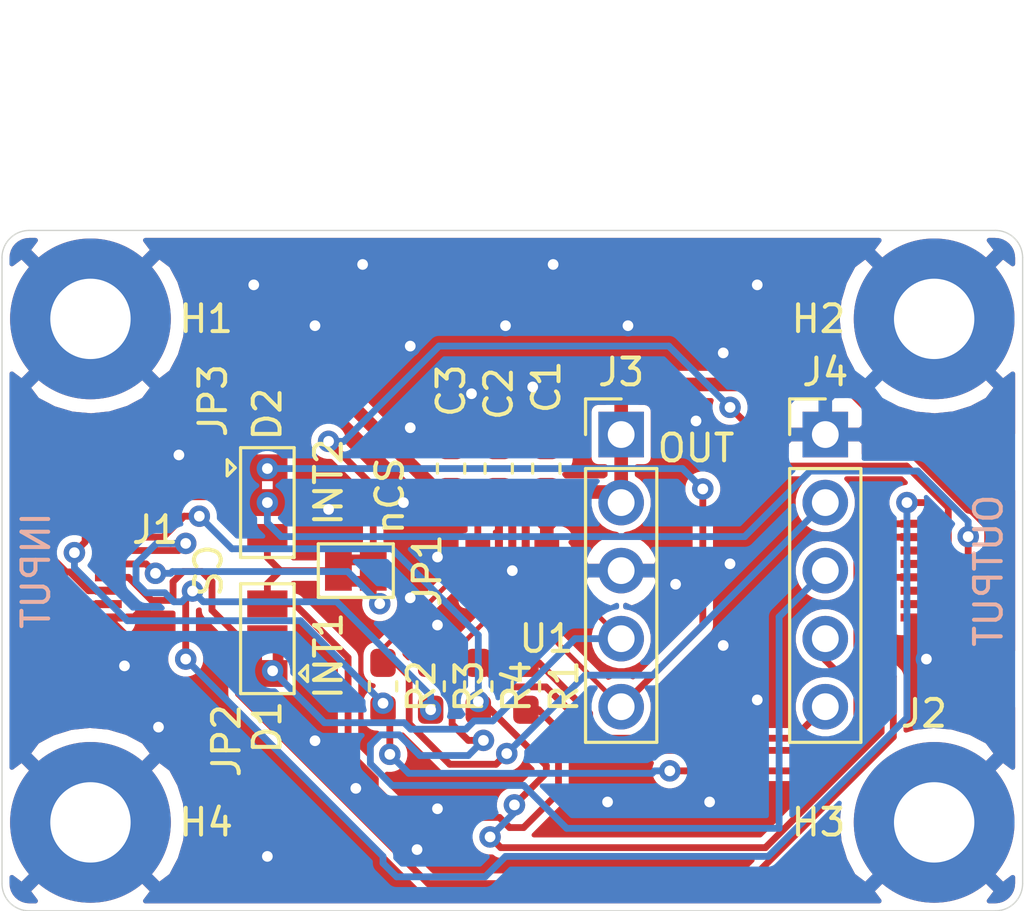
<source format=kicad_pcb>
(kicad_pcb (version 20171130) (host pcbnew 5.1.5)

  (general
    (thickness 1.6)
    (drawings 18)
    (tracks 339)
    (zones 0)
    (modules 19)
    (nets 16)
  )

  (page A4)
  (layers
    (0 F.Cu signal)
    (31 B.Cu signal)
    (32 B.Adhes user)
    (33 F.Adhes user)
    (34 B.Paste user)
    (35 F.Paste user)
    (36 B.SilkS user)
    (37 F.SilkS user)
    (38 B.Mask user)
    (39 F.Mask user)
    (40 Dwgs.User user)
    (41 Cmts.User user)
    (42 Eco1.User user)
    (43 Eco2.User user)
    (44 Edge.Cuts user)
    (45 Margin user)
    (46 B.CrtYd user)
    (47 F.CrtYd user)
    (48 B.Fab user hide)
    (49 F.Fab user hide)
  )

  (setup
    (last_trace_width 0.254)
    (user_trace_width 0.1524)
    (user_trace_width 0.1778)
    (user_trace_width 0.254)
    (user_trace_width 0.508)
    (trace_clearance 0.2)
    (zone_clearance 0.254)
    (zone_45_only no)
    (trace_min 0.1524)
    (via_size 0.8)
    (via_drill 0.4)
    (via_min_size 0.4)
    (via_min_drill 0.3)
    (uvia_size 0.3)
    (uvia_drill 0.1)
    (uvias_allowed no)
    (uvia_min_size 0.2)
    (uvia_min_drill 0.1)
    (edge_width 0.05)
    (segment_width 0.2)
    (pcb_text_width 0.3)
    (pcb_text_size 1.5 1.5)
    (mod_edge_width 0.12)
    (mod_text_size 1 1)
    (mod_text_width 0.15)
    (pad_size 6.000001 6.000001)
    (pad_drill 2.999999)
    (pad_to_mask_clearance 0.051)
    (solder_mask_min_width 0.25)
    (aux_axis_origin 0 0)
    (visible_elements FFFFFF7F)
    (pcbplotparams
      (layerselection 0x010fc_ffffffff)
      (usegerberextensions true)
      (usegerberattributes false)
      (usegerberadvancedattributes false)
      (creategerberjobfile false)
      (excludeedgelayer true)
      (linewidth 0.100000)
      (plotframeref false)
      (viasonmask false)
      (mode 1)
      (useauxorigin false)
      (hpglpennumber 1)
      (hpglpenspeed 20)
      (hpglpendiameter 15.000000)
      (psnegative false)
      (psa4output false)
      (plotreference true)
      (plotvalue true)
      (plotinvisibletext false)
      (padsonsilk false)
      (subtractmaskfromsilk false)
      (outputformat 1)
      (mirror false)
      (drillshape 0)
      (scaleselection 1)
      (outputdirectory "/tmp/moose"))
  )

  (net 0 "")
  (net 1 GND)
  (net 2 VDD)
  (net 3 SCLK)
  (net 4 MISO)
  (net 5 MOSI)
  (net 6 nCS)
  (net 7 D1)
  (net 8 D2)
  (net 9 INT2)
  (net 10 INT1)
  (net 11 rSCLK)
  (net 12 rMOSI)
  (net 13 rMISO)
  (net 14 rnCS)
  (net 15 dnCS)

  (net_class Default "This is the default net class."
    (clearance 0.2)
    (trace_width 0.25)
    (via_dia 0.8)
    (via_drill 0.4)
    (uvia_dia 0.3)
    (uvia_drill 0.1)
    (add_net D1)
    (add_net D2)
    (add_net GND)
    (add_net INT1)
    (add_net INT2)
    (add_net MISO)
    (add_net MOSI)
    (add_net SCLK)
    (add_net VDD)
    (add_net dnCS)
    (add_net nCS)
    (add_net rMISO)
    (add_net rMOSI)
    (add_net rSCLK)
    (add_net rnCS)
  )

  (module MountingHole:MountingHole_3mm_Pad (layer F.Cu) (tedit 5E4C60E3) (tstamp 5E4C7243)
    (at 117.602 72.898)
    (descr "Mounting Hole 3mm")
    (tags "mounting hole 3mm")
    (attr virtual)
    (fp_text reference H4 (at 4.318 0) (layer F.SilkS)
      (effects (font (size 1 1) (thickness 0.15)))
    )
    (fp_text value MountingHole_3mm_Pad (at 0 4) (layer F.Fab)
      (effects (font (size 1 1) (thickness 0.15)))
    )
    (fp_text user %R (at 0.3 0) (layer F.Fab)
      (effects (font (size 1 1) (thickness 0.15)))
    )
    (fp_circle (center 0 0) (end 3 0) (layer Cmts.User) (width 0.15))
    (fp_circle (center 0 0) (end 3.25 0) (layer F.CrtYd) (width 0.05))
    (pad 1 thru_hole circle (at 0 0) (size 6.000001 6.000001) (drill 2.999999) (layers *.Cu *.Mask)
      (net 1 GND))
  )

  (module MountingHole:MountingHole_3mm_Pad (layer F.Cu) (tedit 5E4C60ED) (tstamp 5E4C7243)
    (at 149.098 72.898)
    (descr "Mounting Hole 3mm")
    (tags "mounting hole 3mm")
    (attr virtual)
    (fp_text reference H3 (at -4.318 0) (layer F.SilkS)
      (effects (font (size 1 1) (thickness 0.15)))
    )
    (fp_text value MountingHole_3mm_Pad (at 0 4) (layer F.Fab)
      (effects (font (size 1 1) (thickness 0.15)))
    )
    (fp_text user %R (at 0.3 0) (layer F.Fab)
      (effects (font (size 1 1) (thickness 0.15)))
    )
    (fp_circle (center 0 0) (end 3 0) (layer Cmts.User) (width 0.15))
    (fp_circle (center 0 0) (end 3.25 0) (layer F.CrtYd) (width 0.05))
    (pad 1 thru_hole circle (at 0 0) (size 6.000001 6.000001) (drill 2.999999) (layers *.Cu *.Mask)
      (net 1 GND))
  )

  (module MountingHole:MountingHole_3mm_Pad (layer F.Cu) (tedit 5E4C60C6) (tstamp 5E4C7243)
    (at 149.098 54.102)
    (descr "Mounting Hole 3mm")
    (tags "mounting hole 3mm")
    (attr virtual)
    (fp_text reference H2 (at -4.318 0) (layer F.SilkS)
      (effects (font (size 1 1) (thickness 0.15)))
    )
    (fp_text value MountingHole_3mm_Pad (at 0 4) (layer F.Fab)
      (effects (font (size 1 1) (thickness 0.15)))
    )
    (fp_text user %R (at 0.3 0) (layer F.Fab)
      (effects (font (size 1 1) (thickness 0.15)))
    )
    (fp_circle (center 0 0) (end 3 0) (layer Cmts.User) (width 0.15))
    (fp_circle (center 0 0) (end 3.25 0) (layer F.CrtYd) (width 0.05))
    (pad 1 thru_hole circle (at 0 0) (size 6.000001 6.000001) (drill 2.999999) (layers *.Cu *.Mask)
      (net 1 GND))
  )

  (module MountingHole:MountingHole_3mm_Pad (layer F.Cu) (tedit 5E4C60D3) (tstamp 5E4C80ED)
    (at 117.602 54.102)
    (descr "Mounting Hole 3mm")
    (tags "mounting hole 3mm")
    (attr virtual)
    (fp_text reference H1 (at 4.318 0) (layer F.SilkS)
      (effects (font (size 1 1) (thickness 0.15)))
    )
    (fp_text value MountingHole_3mm_Pad (at 0 4) (layer F.Fab)
      (effects (font (size 1 1) (thickness 0.15)))
    )
    (fp_circle (center 0 0) (end 3.25 0) (layer F.CrtYd) (width 0.05))
    (fp_circle (center 0 0) (end 3 0) (layer Cmts.User) (width 0.15))
    (fp_text user %R (at 0.3 0) (layer F.Fab)
      (effects (font (size 1 1) (thickness 0.15)))
    )
    (pad 1 thru_hole circle (at 0 0) (size 6.000001 6.000001) (drill 2.999999) (layers *.Cu *.Mask)
      (net 1 GND))
  )

  (module Resistor_SMD:R_0603_1608Metric_Pad1.05x0.95mm_HandSolder (layer F.Cu) (tedit 5B301BBD) (tstamp 5E4C50DA)
    (at 132.08 67.818 270)
    (descr "Resistor SMD 0603 (1608 Metric), square (rectangular) end terminal, IPC_7351 nominal with elongated pad for handsoldering. (Body size source: http://www.tortai-tech.com/upload/download/2011102023233369053.pdf), generated with kicad-footprint-generator")
    (tags "resistor handsolder")
    (path /5E4D88C9)
    (attr smd)
    (fp_text reference R4 (at 0 -1.43 90) (layer F.SilkS)
      (effects (font (size 1 1) (thickness 0.15)))
    )
    (fp_text value 0 (at 0 1.43 90) (layer F.Fab)
      (effects (font (size 1 1) (thickness 0.15)))
    )
    (fp_text user %R (at 0 0 90) (layer F.Fab)
      (effects (font (size 0.4 0.4) (thickness 0.06)))
    )
    (fp_line (start 1.65 0.73) (end -1.65 0.73) (layer F.CrtYd) (width 0.05))
    (fp_line (start 1.65 -0.73) (end 1.65 0.73) (layer F.CrtYd) (width 0.05))
    (fp_line (start -1.65 -0.73) (end 1.65 -0.73) (layer F.CrtYd) (width 0.05))
    (fp_line (start -1.65 0.73) (end -1.65 -0.73) (layer F.CrtYd) (width 0.05))
    (fp_line (start -0.171267 0.51) (end 0.171267 0.51) (layer F.SilkS) (width 0.12))
    (fp_line (start -0.171267 -0.51) (end 0.171267 -0.51) (layer F.SilkS) (width 0.12))
    (fp_line (start 0.8 0.4) (end -0.8 0.4) (layer F.Fab) (width 0.1))
    (fp_line (start 0.8 -0.4) (end 0.8 0.4) (layer F.Fab) (width 0.1))
    (fp_line (start -0.8 -0.4) (end 0.8 -0.4) (layer F.Fab) (width 0.1))
    (fp_line (start -0.8 0.4) (end -0.8 -0.4) (layer F.Fab) (width 0.1))
    (pad 2 smd roundrect (at 0.875 0 270) (size 1.05 0.95) (layers F.Cu F.Paste F.Mask) (roundrect_rratio 0.25)
      (net 4 MISO))
    (pad 1 smd roundrect (at -0.875 0 270) (size 1.05 0.95) (layers F.Cu F.Paste F.Mask) (roundrect_rratio 0.25)
      (net 13 rMISO))
    (model ${KISYS3DMOD}/Resistor_SMD.3dshapes/R_0603_1608Metric.wrl
      (at (xyz 0 0 0))
      (scale (xyz 1 1 1))
      (rotate (xyz 0 0 0))
    )
  )

  (module Resistor_SMD:R_0603_1608Metric_Pad1.05x0.95mm_HandSolder (layer F.Cu) (tedit 5B301BBD) (tstamp 5E4C50C9)
    (at 130.302 67.818 270)
    (descr "Resistor SMD 0603 (1608 Metric), square (rectangular) end terminal, IPC_7351 nominal with elongated pad for handsoldering. (Body size source: http://www.tortai-tech.com/upload/download/2011102023233369053.pdf), generated with kicad-footprint-generator")
    (tags "resistor handsolder")
    (path /5E503C1F)
    (attr smd)
    (fp_text reference R3 (at 0 -1.43 90) (layer F.SilkS)
      (effects (font (size 1 1) (thickness 0.15)))
    )
    (fp_text value 0 (at 0 1.43 90) (layer F.Fab)
      (effects (font (size 1 1) (thickness 0.15)))
    )
    (fp_text user %R (at 0 0 90) (layer F.Fab)
      (effects (font (size 0.4 0.4) (thickness 0.06)))
    )
    (fp_line (start 1.65 0.73) (end -1.65 0.73) (layer F.CrtYd) (width 0.05))
    (fp_line (start 1.65 -0.73) (end 1.65 0.73) (layer F.CrtYd) (width 0.05))
    (fp_line (start -1.65 -0.73) (end 1.65 -0.73) (layer F.CrtYd) (width 0.05))
    (fp_line (start -1.65 0.73) (end -1.65 -0.73) (layer F.CrtYd) (width 0.05))
    (fp_line (start -0.171267 0.51) (end 0.171267 0.51) (layer F.SilkS) (width 0.12))
    (fp_line (start -0.171267 -0.51) (end 0.171267 -0.51) (layer F.SilkS) (width 0.12))
    (fp_line (start 0.8 0.4) (end -0.8 0.4) (layer F.Fab) (width 0.1))
    (fp_line (start 0.8 -0.4) (end 0.8 0.4) (layer F.Fab) (width 0.1))
    (fp_line (start -0.8 -0.4) (end 0.8 -0.4) (layer F.Fab) (width 0.1))
    (fp_line (start -0.8 0.4) (end -0.8 -0.4) (layer F.Fab) (width 0.1))
    (pad 2 smd roundrect (at 0.875 0 270) (size 1.05 0.95) (layers F.Cu F.Paste F.Mask) (roundrect_rratio 0.25)
      (net 5 MOSI))
    (pad 1 smd roundrect (at -0.875 0 270) (size 1.05 0.95) (layers F.Cu F.Paste F.Mask) (roundrect_rratio 0.25)
      (net 12 rMOSI))
    (model ${KISYS3DMOD}/Resistor_SMD.3dshapes/R_0603_1608Metric.wrl
      (at (xyz 0 0 0))
      (scale (xyz 1 1 1))
      (rotate (xyz 0 0 0))
    )
  )

  (module Resistor_SMD:R_0603_1608Metric_Pad1.05x0.95mm_HandSolder (layer F.Cu) (tedit 5B301BBD) (tstamp 5E4C50B8)
    (at 128.524 67.818 270)
    (descr "Resistor SMD 0603 (1608 Metric), square (rectangular) end terminal, IPC_7351 nominal with elongated pad for handsoldering. (Body size source: http://www.tortai-tech.com/upload/download/2011102023233369053.pdf), generated with kicad-footprint-generator")
    (tags "resistor handsolder")
    (path /5E507CC0)
    (attr smd)
    (fp_text reference R2 (at 0 -1.43 90) (layer F.SilkS)
      (effects (font (size 1 1) (thickness 0.15)))
    )
    (fp_text value 0 (at 0 1.43 90) (layer F.Fab)
      (effects (font (size 1 1) (thickness 0.15)))
    )
    (fp_text user %R (at 0 0 90) (layer F.Fab)
      (effects (font (size 0.4 0.4) (thickness 0.06)))
    )
    (fp_line (start 1.65 0.73) (end -1.65 0.73) (layer F.CrtYd) (width 0.05))
    (fp_line (start 1.65 -0.73) (end 1.65 0.73) (layer F.CrtYd) (width 0.05))
    (fp_line (start -1.65 -0.73) (end 1.65 -0.73) (layer F.CrtYd) (width 0.05))
    (fp_line (start -1.65 0.73) (end -1.65 -0.73) (layer F.CrtYd) (width 0.05))
    (fp_line (start -0.171267 0.51) (end 0.171267 0.51) (layer F.SilkS) (width 0.12))
    (fp_line (start -0.171267 -0.51) (end 0.171267 -0.51) (layer F.SilkS) (width 0.12))
    (fp_line (start 0.8 0.4) (end -0.8 0.4) (layer F.Fab) (width 0.1))
    (fp_line (start 0.8 -0.4) (end 0.8 0.4) (layer F.Fab) (width 0.1))
    (fp_line (start -0.8 -0.4) (end 0.8 -0.4) (layer F.Fab) (width 0.1))
    (fp_line (start -0.8 0.4) (end -0.8 -0.4) (layer F.Fab) (width 0.1))
    (pad 2 smd roundrect (at 0.875 0 270) (size 1.05 0.95) (layers F.Cu F.Paste F.Mask) (roundrect_rratio 0.25)
      (net 3 SCLK))
    (pad 1 smd roundrect (at -0.875 0 270) (size 1.05 0.95) (layers F.Cu F.Paste F.Mask) (roundrect_rratio 0.25)
      (net 11 rSCLK))
    (model ${KISYS3DMOD}/Resistor_SMD.3dshapes/R_0603_1608Metric.wrl
      (at (xyz 0 0 0))
      (scale (xyz 1 1 1))
      (rotate (xyz 0 0 0))
    )
  )

  (module Resistor_SMD:R_0603_1608Metric_Pad1.05x0.95mm_HandSolder (layer F.Cu) (tedit 5B301BBD) (tstamp 5E4C50A7)
    (at 133.858 67.818 270)
    (descr "Resistor SMD 0603 (1608 Metric), square (rectangular) end terminal, IPC_7351 nominal with elongated pad for handsoldering. (Body size source: http://www.tortai-tech.com/upload/download/2011102023233369053.pdf), generated with kicad-footprint-generator")
    (tags "resistor handsolder")
    (path /5E50CE28)
    (attr smd)
    (fp_text reference R1 (at 0 -1.43 90) (layer F.SilkS)
      (effects (font (size 1 1) (thickness 0.15)))
    )
    (fp_text value 0 (at 0 1.43 90) (layer F.Fab)
      (effects (font (size 1 1) (thickness 0.15)))
    )
    (fp_text user %R (at 0 0 90) (layer F.Fab)
      (effects (font (size 0.4 0.4) (thickness 0.06)))
    )
    (fp_line (start 1.65 0.73) (end -1.65 0.73) (layer F.CrtYd) (width 0.05))
    (fp_line (start 1.65 -0.73) (end 1.65 0.73) (layer F.CrtYd) (width 0.05))
    (fp_line (start -1.65 -0.73) (end 1.65 -0.73) (layer F.CrtYd) (width 0.05))
    (fp_line (start -1.65 0.73) (end -1.65 -0.73) (layer F.CrtYd) (width 0.05))
    (fp_line (start -0.171267 0.51) (end 0.171267 0.51) (layer F.SilkS) (width 0.12))
    (fp_line (start -0.171267 -0.51) (end 0.171267 -0.51) (layer F.SilkS) (width 0.12))
    (fp_line (start 0.8 0.4) (end -0.8 0.4) (layer F.Fab) (width 0.1))
    (fp_line (start 0.8 -0.4) (end 0.8 0.4) (layer F.Fab) (width 0.1))
    (fp_line (start -0.8 -0.4) (end 0.8 -0.4) (layer F.Fab) (width 0.1))
    (fp_line (start -0.8 0.4) (end -0.8 -0.4) (layer F.Fab) (width 0.1))
    (pad 2 smd roundrect (at 0.875 0 270) (size 1.05 0.95) (layers F.Cu F.Paste F.Mask) (roundrect_rratio 0.25)
      (net 15 dnCS))
    (pad 1 smd roundrect (at -0.875 0 270) (size 1.05 0.95) (layers F.Cu F.Paste F.Mask) (roundrect_rratio 0.25)
      (net 14 rnCS))
    (model ${KISYS3DMOD}/Resistor_SMD.3dshapes/R_0603_1608Metric.wrl
      (at (xyz 0 0 0))
      (scale (xyz 1 1 1))
      (rotate (xyz 0 0 0))
    )
  )

  (module Jumper:SolderJumper-3_P1.3mm_Bridged2Bar12_Pad1.0x1.5mm (layer F.Cu) (tedit 5C756AFF) (tstamp 5E4C7910)
    (at 124.206 60.96 270)
    (descr "SMD Solder 3-pad Jumper, 1x1.5mm Pads, 0.3mm gap, pads 1-2 Bridged2Bar with 2 copper strip")
    (tags "solder jumper open")
    (path /5E5463F0)
    (attr virtual)
    (fp_text reference JP3 (at -3.81 2.032 90) (layer F.SilkS)
      (effects (font (size 1 1) (thickness 0.15)))
    )
    (fp_text value SolderJumper_3_Bridged12 (at 0 2 90) (layer F.Fab)
      (effects (font (size 1 1) (thickness 0.15)))
    )
    (fp_poly (pts (xy -0.9 0.2) (xy -0.4 0.2) (xy -0.4 0.6) (xy -0.9 0.6)) (layer F.Cu) (width 0))
    (fp_poly (pts (xy -0.9 -0.6) (xy -0.4 -0.6) (xy -0.4 -0.2) (xy -0.9 -0.2)) (layer F.Cu) (width 0))
    (fp_line (start 2.3 1.25) (end -2.3 1.25) (layer F.CrtYd) (width 0.05))
    (fp_line (start 2.3 1.25) (end 2.3 -1.25) (layer F.CrtYd) (width 0.05))
    (fp_line (start -2.3 -1.25) (end -2.3 1.25) (layer F.CrtYd) (width 0.05))
    (fp_line (start -2.3 -1.25) (end 2.3 -1.25) (layer F.CrtYd) (width 0.05))
    (fp_line (start -2.05 -1) (end 2.05 -1) (layer F.SilkS) (width 0.12))
    (fp_line (start 2.05 -1) (end 2.05 1) (layer F.SilkS) (width 0.12))
    (fp_line (start 2.05 1) (end -2.05 1) (layer F.SilkS) (width 0.12))
    (fp_line (start -2.05 1) (end -2.05 -1) (layer F.SilkS) (width 0.12))
    (fp_line (start -1.3 1.2) (end -1.6 1.5) (layer F.SilkS) (width 0.12))
    (fp_line (start -1.6 1.5) (end -1 1.5) (layer F.SilkS) (width 0.12))
    (fp_line (start -1.3 1.2) (end -1 1.5) (layer F.SilkS) (width 0.12))
    (pad 2 smd rect (at 0 0 270) (size 1 1.5) (layers F.Cu F.Mask)
      (net 8 D2))
    (pad 3 smd rect (at 1.3 0 270) (size 1 1.5) (layers F.Cu F.Mask)
      (net 15 dnCS))
    (pad 1 smd rect (at -1.3 0 270) (size 1 1.5) (layers F.Cu F.Mask)
      (net 9 INT2))
  )

  (module Jumper:SolderJumper-3_P1.3mm_Bridged2Bar12_Pad1.0x1.5mm (layer F.Cu) (tedit 5C756AFF) (tstamp 5E4C7949)
    (at 124.206 66.04 90)
    (descr "SMD Solder 3-pad Jumper, 1x1.5mm Pads, 0.3mm gap, pads 1-2 Bridged2Bar with 2 copper strip")
    (tags "solder jumper open")
    (path /5E550D84)
    (attr virtual)
    (fp_text reference JP2 (at -3.81 -1.524 90) (layer F.SilkS)
      (effects (font (size 1 1) (thickness 0.15)))
    )
    (fp_text value SolderJumper_3_Bridged12 (at 0 2 90) (layer F.Fab)
      (effects (font (size 1 1) (thickness 0.15)))
    )
    (fp_poly (pts (xy -0.9 0.2) (xy -0.4 0.2) (xy -0.4 0.6) (xy -0.9 0.6)) (layer F.Cu) (width 0))
    (fp_poly (pts (xy -0.9 -0.6) (xy -0.4 -0.6) (xy -0.4 -0.2) (xy -0.9 -0.2)) (layer F.Cu) (width 0))
    (fp_line (start 2.3 1.25) (end -2.3 1.25) (layer F.CrtYd) (width 0.05))
    (fp_line (start 2.3 1.25) (end 2.3 -1.25) (layer F.CrtYd) (width 0.05))
    (fp_line (start -2.3 -1.25) (end -2.3 1.25) (layer F.CrtYd) (width 0.05))
    (fp_line (start -2.3 -1.25) (end 2.3 -1.25) (layer F.CrtYd) (width 0.05))
    (fp_line (start -2.05 -1) (end 2.05 -1) (layer F.SilkS) (width 0.12))
    (fp_line (start 2.05 -1) (end 2.05 1) (layer F.SilkS) (width 0.12))
    (fp_line (start 2.05 1) (end -2.05 1) (layer F.SilkS) (width 0.12))
    (fp_line (start -2.05 1) (end -2.05 -1) (layer F.SilkS) (width 0.12))
    (fp_line (start -1.3 1.2) (end -1.6 1.5) (layer F.SilkS) (width 0.12))
    (fp_line (start -1.6 1.5) (end -1 1.5) (layer F.SilkS) (width 0.12))
    (fp_line (start -1.3 1.2) (end -1 1.5) (layer F.SilkS) (width 0.12))
    (pad 2 smd rect (at 0 0 90) (size 1 1.5) (layers F.Cu F.Mask)
      (net 7 D1))
    (pad 3 smd rect (at 1.3 0 90) (size 1 1.5) (layers F.Cu F.Mask)
      (net 15 dnCS))
    (pad 1 smd rect (at -1.3 0 90) (size 1 1.5) (layers F.Cu F.Mask)
      (net 10 INT1))
  )

  (module Jumper:SolderJumper-2_P1.3mm_Bridged2Bar_Pad1.0x1.5mm (layer F.Cu) (tedit 5C756A82) (tstamp 5E4C506E)
    (at 127.508 63.5 180)
    (descr "SMD Solder Jumper, 1x1.5mm Pads, 0.3mm gap, bridged with 2 copper strips")
    (tags "solder jumper open")
    (path /5E5611FE)
    (attr virtual)
    (fp_text reference JP1 (at -2.667 0 270) (layer F.SilkS)
      (effects (font (size 1 1) (thickness 0.15)))
    )
    (fp_text value SolderJumper_2_Bridged (at 0 1.9) (layer F.Fab)
      (effects (font (size 1 1) (thickness 0.15)))
    )
    (fp_poly (pts (xy -0.25 -0.6) (xy 0.25 -0.6) (xy 0.25 -0.2) (xy -0.25 -0.2)) (layer F.Cu) (width 0))
    (fp_poly (pts (xy -0.25 0.2) (xy 0.25 0.2) (xy 0.25 0.6) (xy -0.25 0.6)) (layer F.Cu) (width 0))
    (fp_line (start 1.65 1.25) (end -1.65 1.25) (layer F.CrtYd) (width 0.05))
    (fp_line (start 1.65 1.25) (end 1.65 -1.25) (layer F.CrtYd) (width 0.05))
    (fp_line (start -1.65 -1.25) (end -1.65 1.25) (layer F.CrtYd) (width 0.05))
    (fp_line (start -1.65 -1.25) (end 1.65 -1.25) (layer F.CrtYd) (width 0.05))
    (fp_line (start -1.4 -1) (end 1.4 -1) (layer F.SilkS) (width 0.12))
    (fp_line (start 1.4 -1) (end 1.4 1) (layer F.SilkS) (width 0.12))
    (fp_line (start 1.4 1) (end -1.4 1) (layer F.SilkS) (width 0.12))
    (fp_line (start -1.4 1) (end -1.4 -1) (layer F.SilkS) (width 0.12))
    (pad 2 smd rect (at 0.65 0 180) (size 1 1.5) (layers F.Cu F.Mask)
      (net 15 dnCS))
    (pad 1 smd rect (at -0.65 0 180) (size 1 1.5) (layers F.Cu F.Mask)
      (net 6 nCS))
  )

  (module Capacitor_SMD:C_0603_1608Metric_Pad1.05x0.95mm_HandSolder (layer F.Cu) (tedit 5B301BBE) (tstamp 5E4C5D7A)
    (at 134.62 59.69 270)
    (descr "Capacitor SMD 0603 (1608 Metric), square (rectangular) end terminal, IPC_7351 nominal with elongated pad for handsoldering. (Body size source: http://www.tortai-tech.com/upload/download/2011102023233369053.pdf), generated with kicad-footprint-generator")
    (tags "capacitor handsolder")
    (path /5E4CFFE0)
    (attr smd)
    (fp_text reference C1 (at -3.048 0 90) (layer F.SilkS)
      (effects (font (size 1 1) (thickness 0.15)))
    )
    (fp_text value 1u (at 0 1.43 90) (layer F.Fab)
      (effects (font (size 1 1) (thickness 0.15)))
    )
    (fp_line (start -0.8 0.4) (end -0.8 -0.4) (layer F.Fab) (width 0.1))
    (fp_line (start -0.8 -0.4) (end 0.8 -0.4) (layer F.Fab) (width 0.1))
    (fp_line (start 0.8 -0.4) (end 0.8 0.4) (layer F.Fab) (width 0.1))
    (fp_line (start 0.8 0.4) (end -0.8 0.4) (layer F.Fab) (width 0.1))
    (fp_line (start -0.171267 -0.51) (end 0.171267 -0.51) (layer F.SilkS) (width 0.12))
    (fp_line (start -0.171267 0.51) (end 0.171267 0.51) (layer F.SilkS) (width 0.12))
    (fp_line (start -1.65 0.73) (end -1.65 -0.73) (layer F.CrtYd) (width 0.05))
    (fp_line (start -1.65 -0.73) (end 1.65 -0.73) (layer F.CrtYd) (width 0.05))
    (fp_line (start 1.65 -0.73) (end 1.65 0.73) (layer F.CrtYd) (width 0.05))
    (fp_line (start 1.65 0.73) (end -1.65 0.73) (layer F.CrtYd) (width 0.05))
    (fp_text user %R (at 0 0 90) (layer F.Fab)
      (effects (font (size 0.4 0.4) (thickness 0.06)))
    )
    (pad 1 smd roundrect (at -0.875 0 270) (size 1.05 0.95) (layers F.Cu F.Paste F.Mask) (roundrect_rratio 0.25)
      (net 1 GND))
    (pad 2 smd roundrect (at 0.875 0 270) (size 1.05 0.95) (layers F.Cu F.Paste F.Mask) (roundrect_rratio 0.25)
      (net 2 VDD))
    (model ${KISYS3DMOD}/Capacitor_SMD.3dshapes/C_0603_1608Metric.wrl
      (at (xyz 0 0 0))
      (scale (xyz 1 1 1))
      (rotate (xyz 0 0 0))
    )
  )

  (module Capacitor_SMD:C_0603_1608Metric_Pad1.05x0.95mm_HandSolder (layer F.Cu) (tedit 5B301BBE) (tstamp 5E4C5D4A)
    (at 132.842 59.69 270)
    (descr "Capacitor SMD 0603 (1608 Metric), square (rectangular) end terminal, IPC_7351 nominal with elongated pad for handsoldering. (Body size source: http://www.tortai-tech.com/upload/download/2011102023233369053.pdf), generated with kicad-footprint-generator")
    (tags "capacitor handsolder")
    (path /5E4D0C32)
    (attr smd)
    (fp_text reference C2 (at -2.794 0 90) (layer F.SilkS)
      (effects (font (size 1 1) (thickness 0.15)))
    )
    (fp_text value 0.1u (at 0 1.43 90) (layer F.Fab)
      (effects (font (size 1 1) (thickness 0.15)))
    )
    (fp_text user %R (at 0 0 90) (layer F.Fab)
      (effects (font (size 0.4 0.4) (thickness 0.06)))
    )
    (fp_line (start 1.65 0.73) (end -1.65 0.73) (layer F.CrtYd) (width 0.05))
    (fp_line (start 1.65 -0.73) (end 1.65 0.73) (layer F.CrtYd) (width 0.05))
    (fp_line (start -1.65 -0.73) (end 1.65 -0.73) (layer F.CrtYd) (width 0.05))
    (fp_line (start -1.65 0.73) (end -1.65 -0.73) (layer F.CrtYd) (width 0.05))
    (fp_line (start -0.171267 0.51) (end 0.171267 0.51) (layer F.SilkS) (width 0.12))
    (fp_line (start -0.171267 -0.51) (end 0.171267 -0.51) (layer F.SilkS) (width 0.12))
    (fp_line (start 0.8 0.4) (end -0.8 0.4) (layer F.Fab) (width 0.1))
    (fp_line (start 0.8 -0.4) (end 0.8 0.4) (layer F.Fab) (width 0.1))
    (fp_line (start -0.8 -0.4) (end 0.8 -0.4) (layer F.Fab) (width 0.1))
    (fp_line (start -0.8 0.4) (end -0.8 -0.4) (layer F.Fab) (width 0.1))
    (pad 2 smd roundrect (at 0.875 0 270) (size 1.05 0.95) (layers F.Cu F.Paste F.Mask) (roundrect_rratio 0.25)
      (net 2 VDD))
    (pad 1 smd roundrect (at -0.875 0 270) (size 1.05 0.95) (layers F.Cu F.Paste F.Mask) (roundrect_rratio 0.25)
      (net 1 GND))
    (model ${KISYS3DMOD}/Capacitor_SMD.3dshapes/C_0603_1608Metric.wrl
      (at (xyz 0 0 0))
      (scale (xyz 1 1 1))
      (rotate (xyz 0 0 0))
    )
  )

  (module Capacitor_SMD:C_0603_1608Metric_Pad1.05x0.95mm_HandSolder (layer F.Cu) (tedit 5B301BBE) (tstamp 5E4C5D1A)
    (at 131.064 59.69 270)
    (descr "Capacitor SMD 0603 (1608 Metric), square (rectangular) end terminal, IPC_7351 nominal with elongated pad for handsoldering. (Body size source: http://www.tortai-tech.com/upload/download/2011102023233369053.pdf), generated with kicad-footprint-generator")
    (tags "capacitor handsolder")
    (path /5E4D107A)
    (attr smd)
    (fp_text reference C3 (at -2.907 0 90) (layer F.SilkS)
      (effects (font (size 1 1) (thickness 0.15)))
    )
    (fp_text value 0.1u (at 0 1.43 90) (layer F.Fab)
      (effects (font (size 1 1) (thickness 0.15)))
    )
    (fp_line (start -0.8 0.4) (end -0.8 -0.4) (layer F.Fab) (width 0.1))
    (fp_line (start -0.8 -0.4) (end 0.8 -0.4) (layer F.Fab) (width 0.1))
    (fp_line (start 0.8 -0.4) (end 0.8 0.4) (layer F.Fab) (width 0.1))
    (fp_line (start 0.8 0.4) (end -0.8 0.4) (layer F.Fab) (width 0.1))
    (fp_line (start -0.171267 -0.51) (end 0.171267 -0.51) (layer F.SilkS) (width 0.12))
    (fp_line (start -0.171267 0.51) (end 0.171267 0.51) (layer F.SilkS) (width 0.12))
    (fp_line (start -1.65 0.73) (end -1.65 -0.73) (layer F.CrtYd) (width 0.05))
    (fp_line (start -1.65 -0.73) (end 1.65 -0.73) (layer F.CrtYd) (width 0.05))
    (fp_line (start 1.65 -0.73) (end 1.65 0.73) (layer F.CrtYd) (width 0.05))
    (fp_line (start 1.65 0.73) (end -1.65 0.73) (layer F.CrtYd) (width 0.05))
    (fp_text user %R (at 0 0 90) (layer F.Fab)
      (effects (font (size 0.4 0.4) (thickness 0.06)))
    )
    (pad 1 smd roundrect (at -0.875 0 270) (size 1.05 0.95) (layers F.Cu F.Paste F.Mask) (roundrect_rratio 0.25)
      (net 1 GND))
    (pad 2 smd roundrect (at 0.875 0 270) (size 1.05 0.95) (layers F.Cu F.Paste F.Mask) (roundrect_rratio 0.25)
      (net 2 VDD))
    (model ${KISYS3DMOD}/Capacitor_SMD.3dshapes/C_0603_1608Metric.wrl
      (at (xyz 0 0 0))
      (scale (xyz 1 1 1))
      (rotate (xyz 0 0 0))
    )
  )

  (module blackbox-ng:505110-0892 (layer F.Cu) (tedit 5DDF0F7D) (tstamp 5E4C5B44)
    (at 117.77 63.5 270)
    (path /5E4EE1A3)
    (fp_text reference J1 (at -1.524 -2.245 180) (layer F.SilkS)
      (effects (font (size 1 1) (thickness 0.15)))
    )
    (fp_text value Conn_01x08 (at 0 -2.54 90) (layer F.Fab)
      (effects (font (size 1 1) (thickness 0.15)))
    )
    (pad 1 smd rect (at -1.75 -0.5 270) (size 0.3 1) (layers F.Cu F.Paste F.Mask)
      (net 3 SCLK))
    (pad 2 smd rect (at -1.25 -0.5 270) (size 0.3 1) (layers F.Cu F.Paste F.Mask)
      (net 4 MISO))
    (pad 3 smd rect (at -0.75 -0.5 270) (size 0.3 1) (layers F.Cu F.Paste F.Mask)
      (net 5 MOSI))
    (pad 4 smd rect (at -0.25 -0.5 270) (size 0.3 1) (layers F.Cu F.Paste F.Mask)
      (net 6 nCS))
    (pad 5 smd rect (at 0.25 -0.5 270) (size 0.3 1) (layers F.Cu F.Paste F.Mask)
      (net 7 D1))
    (pad 6 smd rect (at 0.75 -0.5 270) (size 0.3 1) (layers F.Cu F.Paste F.Mask)
      (net 8 D2))
    (pad 7 smd rect (at 1.25 -0.5 270) (size 0.3 1) (layers F.Cu F.Paste F.Mask)
      (net 2 VDD))
    (pad 8 smd rect (at 1.75 -0.5 270) (size 0.3 1) (layers F.Cu F.Paste F.Mask)
      (net 1 GND))
    (pad 9 smd rect (at -4.05 2.2 270) (size 2 1.3) (layers F.Cu F.Paste F.Mask))
    (pad 9 smd rect (at 4.05 2.2 270) (size 2 1.3) (layers F.Cu F.Paste F.Mask))
  )

  (module blackbox-ng:505110-0892 (layer F.Cu) (tedit 5DDF0F7D) (tstamp 5E4C5A3C)
    (at 148.844 63.5 90)
    (path /5E4EFA7B)
    (fp_text reference J2 (at -5.334 -0.127 180) (layer F.SilkS)
      (effects (font (size 1 1) (thickness 0.15)))
    )
    (fp_text value Conn_01x08 (at 0 -2.54 90) (layer F.Fab)
      (effects (font (size 1 1) (thickness 0.15)))
    )
    (pad 9 smd rect (at 4.05 2.2 90) (size 2 1.3) (layers F.Cu F.Paste F.Mask))
    (pad 9 smd rect (at -4.05 2.2 90) (size 2 1.3) (layers F.Cu F.Paste F.Mask))
    (pad 8 smd rect (at 1.75 -0.5 90) (size 0.3 1) (layers F.Cu F.Paste F.Mask)
      (net 3 SCLK))
    (pad 7 smd rect (at 1.25 -0.5 90) (size 0.3 1) (layers F.Cu F.Paste F.Mask)
      (net 4 MISO))
    (pad 6 smd rect (at 0.75 -0.5 90) (size 0.3 1) (layers F.Cu F.Paste F.Mask)
      (net 5 MOSI))
    (pad 5 smd rect (at 0.25 -0.5 90) (size 0.3 1) (layers F.Cu F.Paste F.Mask)
      (net 6 nCS))
    (pad 4 smd rect (at -0.25 -0.5 90) (size 0.3 1) (layers F.Cu F.Paste F.Mask)
      (net 7 D1))
    (pad 3 smd rect (at -0.75 -0.5 90) (size 0.3 1) (layers F.Cu F.Paste F.Mask)
      (net 8 D2))
    (pad 2 smd rect (at -1.25 -0.5 90) (size 0.3 1) (layers F.Cu F.Paste F.Mask)
      (net 2 VDD))
    (pad 1 smd rect (at -1.75 -0.5 90) (size 0.3 1) (layers F.Cu F.Paste F.Mask)
      (net 1 GND))
  )

  (module Connector_PinHeader_2.54mm:PinHeader_1x05_P2.54mm_Vertical (layer F.Cu) (tedit 59FED5CC) (tstamp 5E4C780B)
    (at 137.414 58.42)
    (descr "Through hole straight pin header, 1x05, 2.54mm pitch, single row")
    (tags "Through hole pin header THT 1x05 2.54mm single row")
    (path /5E4C7E98)
    (fp_text reference J3 (at 0 -2.33) (layer F.SilkS)
      (effects (font (size 1 1) (thickness 0.15)))
    )
    (fp_text value Conn_01x05_Female (at 0 12.49) (layer F.Fab)
      (effects (font (size 1 1) (thickness 0.15)))
    )
    (fp_text user %R (at 0 5.08 90) (layer F.Fab)
      (effects (font (size 1 1) (thickness 0.15)))
    )
    (fp_line (start 1.8 -1.8) (end -1.8 -1.8) (layer F.CrtYd) (width 0.05))
    (fp_line (start 1.8 11.95) (end 1.8 -1.8) (layer F.CrtYd) (width 0.05))
    (fp_line (start -1.8 11.95) (end 1.8 11.95) (layer F.CrtYd) (width 0.05))
    (fp_line (start -1.8 -1.8) (end -1.8 11.95) (layer F.CrtYd) (width 0.05))
    (fp_line (start -1.33 -1.33) (end 0 -1.33) (layer F.SilkS) (width 0.12))
    (fp_line (start -1.33 0) (end -1.33 -1.33) (layer F.SilkS) (width 0.12))
    (fp_line (start -1.33 1.27) (end 1.33 1.27) (layer F.SilkS) (width 0.12))
    (fp_line (start 1.33 1.27) (end 1.33 11.49) (layer F.SilkS) (width 0.12))
    (fp_line (start -1.33 1.27) (end -1.33 11.49) (layer F.SilkS) (width 0.12))
    (fp_line (start -1.33 11.49) (end 1.33 11.49) (layer F.SilkS) (width 0.12))
    (fp_line (start -1.27 -0.635) (end -0.635 -1.27) (layer F.Fab) (width 0.1))
    (fp_line (start -1.27 11.43) (end -1.27 -0.635) (layer F.Fab) (width 0.1))
    (fp_line (start 1.27 11.43) (end -1.27 11.43) (layer F.Fab) (width 0.1))
    (fp_line (start 1.27 -1.27) (end 1.27 11.43) (layer F.Fab) (width 0.1))
    (fp_line (start -0.635 -1.27) (end 1.27 -1.27) (layer F.Fab) (width 0.1))
    (pad 5 thru_hole oval (at 0 10.16) (size 1.7 1.7) (drill 1) (layers *.Cu *.Mask)
      (net 9 INT2))
    (pad 4 thru_hole oval (at 0 7.62) (size 1.7 1.7) (drill 1) (layers *.Cu *.Mask)
      (net 10 INT1))
    (pad 3 thru_hole oval (at 0 5.08) (size 1.7 1.7) (drill 1) (layers *.Cu *.Mask)
      (net 1 GND))
    (pad 2 thru_hole oval (at 0 2.54) (size 1.7 1.7) (drill 1) (layers *.Cu *.Mask)
      (net 2 VDD))
    (pad 1 thru_hole rect (at 0 0) (size 1.7 1.7) (drill 1) (layers *.Cu *.Mask)
      (net 2 VDD))
    (model ${KISYS3DMOD}/Connector_PinHeader_2.54mm.3dshapes/PinHeader_1x05_P2.54mm_Vertical.wrl
      (at (xyz 0 0 0))
      (scale (xyz 1 1 1))
      (rotate (xyz 0 0 0))
    )
  )

  (module Connector_PinHeader_2.54mm:PinHeader_1x05_P2.54mm_Vertical (layer F.Cu) (tedit 59FED5CC) (tstamp 5E4C77C3)
    (at 145.034 58.42)
    (descr "Through hole straight pin header, 1x05, 2.54mm pitch, single row")
    (tags "Through hole pin header THT 1x05 2.54mm single row")
    (path /5E4C7451)
    (fp_text reference J4 (at 0 -2.33) (layer F.SilkS)
      (effects (font (size 1 1) (thickness 0.15)))
    )
    (fp_text value Conn_01x05_Female (at 0 12.49) (layer F.Fab)
      (effects (font (size 1 1) (thickness 0.15)))
    )
    (fp_line (start -0.635 -1.27) (end 1.27 -1.27) (layer F.Fab) (width 0.1))
    (fp_line (start 1.27 -1.27) (end 1.27 11.43) (layer F.Fab) (width 0.1))
    (fp_line (start 1.27 11.43) (end -1.27 11.43) (layer F.Fab) (width 0.1))
    (fp_line (start -1.27 11.43) (end -1.27 -0.635) (layer F.Fab) (width 0.1))
    (fp_line (start -1.27 -0.635) (end -0.635 -1.27) (layer F.Fab) (width 0.1))
    (fp_line (start -1.33 11.49) (end 1.33 11.49) (layer F.SilkS) (width 0.12))
    (fp_line (start -1.33 1.27) (end -1.33 11.49) (layer F.SilkS) (width 0.12))
    (fp_line (start 1.33 1.27) (end 1.33 11.49) (layer F.SilkS) (width 0.12))
    (fp_line (start -1.33 1.27) (end 1.33 1.27) (layer F.SilkS) (width 0.12))
    (fp_line (start -1.33 0) (end -1.33 -1.33) (layer F.SilkS) (width 0.12))
    (fp_line (start -1.33 -1.33) (end 0 -1.33) (layer F.SilkS) (width 0.12))
    (fp_line (start -1.8 -1.8) (end -1.8 11.95) (layer F.CrtYd) (width 0.05))
    (fp_line (start -1.8 11.95) (end 1.8 11.95) (layer F.CrtYd) (width 0.05))
    (fp_line (start 1.8 11.95) (end 1.8 -1.8) (layer F.CrtYd) (width 0.05))
    (fp_line (start 1.8 -1.8) (end -1.8 -1.8) (layer F.CrtYd) (width 0.05))
    (fp_text user %R (at 0 5.08 90) (layer F.Fab)
      (effects (font (size 1 1) (thickness 0.15)))
    )
    (pad 1 thru_hole rect (at 0 0) (size 1.7 1.7) (drill 1) (layers *.Cu *.Mask)
      (net 1 GND))
    (pad 2 thru_hole oval (at 0 2.54) (size 1.7 1.7) (drill 1) (layers *.Cu *.Mask)
      (net 11 rSCLK))
    (pad 3 thru_hole oval (at 0 5.08) (size 1.7 1.7) (drill 1) (layers *.Cu *.Mask)
      (net 12 rMOSI))
    (pad 4 thru_hole oval (at 0 7.62) (size 1.7 1.7) (drill 1) (layers *.Cu *.Mask)
      (net 13 rMISO))
    (pad 5 thru_hole oval (at 0 10.16) (size 1.7 1.7) (drill 1) (layers *.Cu *.Mask)
      (net 14 rnCS))
    (model ${KISYS3DMOD}/Connector_PinHeader_2.54mm.3dshapes/PinHeader_1x05_P2.54mm_Vertical.wrl
      (at (xyz 0 0 0))
      (scale (xyz 1 1 1))
      (rotate (xyz 0 0 0))
    )
  )

  (module blackbox-ng:ADXL372 (layer F.Cu) (tedit 5E4BABC7) (tstamp 5E4C5DFA)
    (at 133.35 63.5)
    (path /5E4CF8AF)
    (fp_text reference U1 (at 1.27 2.54) (layer F.SilkS)
      (effects (font (size 1 1) (thickness 0.15)))
    )
    (fp_text value ADXL372 (at 0 -5.08) (layer F.Fab)
      (effects (font (size 1 1) (thickness 0.15)))
    )
    (pad 1 smd rect (at -1.2875 -1) (size 0.925 0.3) (layers F.Cu F.Paste F.Mask)
      (net 2 VDD))
    (pad 2 smd rect (at -1.2875 -0.5) (size 0.925 0.3) (layers F.Cu F.Paste F.Mask))
    (pad 3 smd rect (at -1.2875 0) (size 0.925 0.3) (layers F.Cu F.Paste F.Mask))
    (pad 4 smd rect (at -1.2875 0.5) (size 0.925 0.3) (layers F.Cu F.Paste F.Mask)
      (net 11 rSCLK))
    (pad 5 smd rect (at -1.2875 1) (size 0.925 0.3) (layers F.Cu F.Paste F.Mask))
    (pad 6 smd rect (at -0.5 1.275 90) (size 0.8 0.3) (layers F.Cu F.Paste F.Mask)
      (net 12 rMOSI))
    (pad 7 smd rect (at 0 1.275 90) (size 0.8 0.3) (layers F.Cu F.Paste F.Mask)
      (net 13 rMISO))
    (pad 8 smd rect (at 0.5 1.275 90) (size 0.8 0.3) (layers F.Cu F.Paste F.Mask)
      (net 14 rnCS))
    (pad 9 smd rect (at 1.2875 1 180) (size 0.925 0.3) (layers F.Cu F.Paste F.Mask)
      (net 9 INT2))
    (pad 10 smd rect (at 1.2875 0.5 180) (size 0.925 0.3) (layers F.Cu F.Paste F.Mask))
    (pad 11 smd rect (at 1.2875 0 180) (size 0.925 0.3) (layers F.Cu F.Paste F.Mask)
      (net 10 INT1))
    (pad 12 smd rect (at 1.2875 -0.5 180) (size 0.925 0.3) (layers F.Cu F.Paste F.Mask)
      (net 1 GND))
    (pad 13 smd rect (at 1.2875 -1) (size 0.925 0.3) (layers F.Cu F.Paste F.Mask)
      (net 1 GND))
    (pad 14 smd rect (at 0.5 -1.275 270) (size 0.8 0.3) (layers F.Cu F.Paste F.Mask)
      (net 2 VDD))
    (pad 15 smd rect (at 0 -1.275 270) (size 0.8 0.3) (layers F.Cu F.Paste F.Mask))
    (pad 16 smd rect (at -0.5 -1.275 270) (size 0.8 0.3) (layers F.Cu F.Paste F.Mask)
      (net 1 GND))
  )

  (gr_line (start 114.3 51.816) (end 114.3 75.184) (layer Edge.Cuts) (width 0.05) (tstamp 5E4C8396))
  (gr_line (start 151.384 76.2) (end 115.316 76.2) (layer Edge.Cuts) (width 0.05) (tstamp 5E4C8394))
  (gr_line (start 152.4 51.816) (end 152.4 75.184) (layer Edge.Cuts) (width 0.05) (tstamp 5E4C8393))
  (gr_line (start 115.316 50.8) (end 151.384 50.8) (layer Edge.Cuts) (width 0.05) (tstamp 5E4C8392))
  (gr_arc (start 151.384 75.184) (end 151.384 76.2) (angle -90) (layer Edge.Cuts) (width 0.05))
  (gr_text OUTPUT (at 151.13 63.5 90) (layer B.SilkS)
    (effects (font (size 1 1) (thickness 0.15)) (justify mirror))
  )
  (gr_text INPUT (at 115.57 63.5 90) (layer B.SilkS)
    (effects (font (size 1 1) (thickness 0.15)) (justify mirror))
  )
  (gr_text CS (at 121.92 63.5 270) (layer F.SilkS) (tstamp 5E4C7973)
    (effects (font (size 1 1) (thickness 0.15)))
  )
  (gr_text D2 (at 124.206 57.658 90) (layer F.SilkS) (tstamp 5E4C7970)
    (effects (font (size 1 1) (thickness 0.15)))
  )
  (gr_text D1 (at 124.206 69.342 90) (layer F.SilkS) (tstamp 5E4C7976)
    (effects (font (size 1 1) (thickness 0.15)))
  )
  (gr_text nCS (at 128.778 60.706 90) (layer F.SilkS)
    (effects (font (size 1 1) (thickness 0.15)))
  )
  (gr_text INT2 (at 126.492 60.198 90) (layer F.SilkS)
    (effects (font (size 1 1) (thickness 0.15)))
  )
  (gr_text INT1 (at 126.492 66.675 90) (layer F.SilkS)
    (effects (font (size 1 1) (thickness 0.15)))
  )
  (dimension 38.1 (width 0.15) (layer Dwgs.User)
    (gr_text "1.5000 in" (at 133.35 42.896) (layer Dwgs.User)
      (effects (font (size 1 1) (thickness 0.15)))
    )
    (feature1 (pts (xy 152.4 50.8) (xy 152.4 43.609579)))
    (feature2 (pts (xy 114.3 50.8) (xy 114.3 43.609579)))
    (crossbar (pts (xy 114.3 44.196) (xy 152.4 44.196)))
    (arrow1a (pts (xy 152.4 44.196) (xy 151.273496 44.782421)))
    (arrow1b (pts (xy 152.4 44.196) (xy 151.273496 43.609579)))
    (arrow2a (pts (xy 114.3 44.196) (xy 115.426504 44.782421)))
    (arrow2b (pts (xy 114.3 44.196) (xy 115.426504 43.609579)))
  )
  (gr_text "OUT\n" (at 140.208 58.928) (layer F.SilkS) (tstamp 5E4C59DF)
    (effects (font (size 1 1) (thickness 0.15)))
  )
  (gr_arc (start 115.316 51.816) (end 115.316 50.8) (angle -90) (layer Edge.Cuts) (width 0.05) (tstamp 5E4C5976))
  (gr_arc (start 115.316 75.184) (end 114.3 75.184) (angle -90) (layer Edge.Cuts) (width 0.05) (tstamp 5E4C5AA5))
  (gr_arc (start 151.384 51.816) (end 152.4 51.816) (angle -90) (layer Edge.Cuts) (width 0.05) (tstamp 5E4C5979))

  (via (at 129.54 64.516) (size 0.8) (drill 0.4) (layers F.Cu B.Cu) (net 1))
  (via (at 130.556 65.532) (size 0.8) (drill 0.4) (layers F.Cu B.Cu) (net 1))
  (segment (start 134.6375 62.5) (end 134.6375 63) (width 0.1778) (layer F.Cu) (net 1))
  (segment (start 132.85 62.8028) (end 132.85 62.225) (width 0.1778) (layer F.Cu) (net 1))
  (segment (start 133.0472 63) (end 132.85 62.8028) (width 0.1778) (layer F.Cu) (net 1))
  (segment (start 133.231 63) (end 133.231 63.381) (width 0.1778) (layer F.Cu) (net 1))
  (via (at 133.35 63.5) (size 0.8) (drill 0.4) (layers F.Cu B.Cu) (net 1))
  (segment (start 133.231 63.381) (end 133.35 63.5) (width 0.1778) (layer F.Cu) (net 1))
  (segment (start 134.6375 63) (end 133.231 63) (width 0.1778) (layer F.Cu) (net 1))
  (segment (start 133.231 63) (end 133.0472 63) (width 0.1778) (layer F.Cu) (net 1))
  (segment (start 133.35 63.5) (end 137.414 63.5) (width 0.1778) (layer B.Cu) (net 1))
  (via (at 118.872 67.056) (size 0.8) (drill 0.4) (layers F.Cu B.Cu) (net 1))
  (via (at 129.54 55.118) (size 0.8) (drill 0.4) (layers F.Cu B.Cu) (net 1))
  (via (at 137.668 54.356) (size 0.8) (drill 0.4) (layers F.Cu B.Cu) (net 1))
  (via (at 141.478 63.246) (size 0.8) (drill 0.4) (layers F.Cu B.Cu) (net 1))
  (via (at 139.446 64.008) (size 0.8) (drill 0.4) (layers F.Cu B.Cu) (net 1))
  (via (at 141.224 66.294) (size 0.8) (drill 0.4) (layers F.Cu B.Cu) (net 1))
  (via (at 142.494 68.326) (size 0.8) (drill 0.4) (layers F.Cu B.Cu) (net 1))
  (via (at 140.716 72.136) (size 0.8) (drill 0.4) (layers F.Cu B.Cu) (net 1))
  (segment (start 118.872 65.852) (end 118.27 65.25) (width 0.254) (layer F.Cu) (net 1))
  (segment (start 118.872 67.056) (end 118.872 65.852) (width 0.254) (layer F.Cu) (net 1))
  (segment (start 148.344 66.33699) (end 148.80901 66.802) (width 0.254) (layer F.Cu) (net 1))
  (via (at 148.80901 66.802) (size 0.8) (drill 0.4) (layers F.Cu B.Cu) (net 1))
  (segment (start 148.344 65.25) (end 148.344 66.33699) (width 0.254) (layer F.Cu) (net 1))
  (via (at 120.904 59.182) (size 0.8) (drill 0.4) (layers F.Cu B.Cu) (net 1))
  (via (at 123.698 52.832) (size 0.8) (drill 0.4) (layers F.Cu B.Cu) (net 1))
  (via (at 125.984 69.85) (size 0.8) (drill 0.4) (layers F.Cu B.Cu) (net 1))
  (via (at 127.508 71.628) (size 0.8) (drill 0.4) (layers F.Cu B.Cu) (net 1))
  (via (at 130.556 62.992) (size 0.8) (drill 0.4) (layers F.Cu B.Cu) (net 1))
  (via (at 129.286 60.96) (size 0.8) (drill 0.4) (layers F.Cu B.Cu) (net 1))
  (via (at 129.54 58.166) (size 0.8) (drill 0.4) (layers F.Cu B.Cu) (net 1))
  (via (at 133.096 54.356) (size 0.8) (drill 0.4) (layers F.Cu B.Cu) (net 1))
  (via (at 127.762 52.07) (size 0.8) (drill 0.4) (layers F.Cu B.Cu) (net 1))
  (via (at 125.984 54.356) (size 0.8) (drill 0.4) (layers F.Cu B.Cu) (net 1))
  (via (at 142.494 52.832) (size 0.8) (drill 0.4) (layers F.Cu B.Cu) (net 1))
  (via (at 141.224 55.372) (size 0.8) (drill 0.4) (layers F.Cu B.Cu) (net 1))
  (via (at 134.874 52.07) (size 0.8) (drill 0.4) (layers F.Cu B.Cu) (net 1))
  (via (at 140.208 57.912) (size 0.8) (drill 0.4) (layers F.Cu B.Cu) (net 1))
  (via (at 134.112 56.642) (size 0.8) (drill 0.4) (layers F.Cu B.Cu) (net 1))
  (via (at 131.826 56.896) (size 0.8) (drill 0.4) (layers F.Cu B.Cu) (net 1))
  (via (at 124.206 74.168) (size 0.8) (drill 0.4) (layers F.Cu B.Cu) (net 1))
  (via (at 120.142 69.342) (size 0.8) (drill 0.4) (layers F.Cu B.Cu) (net 1))
  (via (at 129.794 73.914) (size 0.8) (drill 0.4) (layers F.Cu B.Cu) (net 1))
  (via (at 130.556 72.39) (size 0.8) (drill 0.4) (layers F.Cu B.Cu) (net 1))
  (via (at 136.906 72.136) (size 0.8) (drill 0.4) (layers F.Cu B.Cu) (net 1))
  (via (at 126.492 61.214) (size 0.8) (drill 0.4) (layers F.Cu B.Cu) (net 1))
  (segment (start 133.85 61.335) (end 134.62 60.565) (width 0.254) (layer F.Cu) (net 2))
  (segment (start 133.85 62.225) (end 133.85 61.335) (width 0.254) (layer F.Cu) (net 2))
  (segment (start 133.85 61.573) (end 132.842 60.565) (width 0.254) (layer F.Cu) (net 2))
  (segment (start 133.85 62.225) (end 133.85 61.573) (width 0.254) (layer F.Cu) (net 2))
  (segment (start 131.539 60.565) (end 131.064 60.565) (width 0.254) (layer F.Cu) (net 2))
  (segment (start 132.0625 61.0885) (end 131.539 60.565) (width 0.254) (layer F.Cu) (net 2))
  (segment (start 132.0625 62.5) (end 132.0625 61.0885) (width 0.254) (layer F.Cu) (net 2))
  (segment (start 118.27 64.75) (end 117.114 64.75) (width 0.254) (layer F.Cu) (net 2))
  (segment (start 131.064 60.565) (end 132.842 60.565) (width 0.508) (layer F.Cu) (net 2))
  (segment (start 132.842 60.565) (end 134.62 60.565) (width 0.508) (layer F.Cu) (net 2))
  (segment (start 137.019 60.565) (end 137.414 60.96) (width 0.508) (layer F.Cu) (net 2))
  (segment (start 134.62 60.565) (end 137.019 60.565) (width 0.508) (layer F.Cu) (net 2))
  (segment (start 137.414 60.96) (end 137.414 58.42) (width 0.508) (layer F.Cu) (net 2))
  (segment (start 151.11 64.75) (end 148.344 64.75) (width 0.254) (layer F.Cu) (net 2))
  (segment (start 151.13 64.77) (end 151.11 64.75) (width 0.254) (layer F.Cu) (net 2))
  (segment (start 114.951978 63.41377) (end 114.951978 62.848022) (width 0.508) (layer F.Cu) (net 2))
  (segment (start 120.396 57.404) (end 127.428 57.404) (width 0.508) (layer F.Cu) (net 2))
  (segment (start 114.951978 62.848022) (end 120.396 57.404) (width 0.508) (layer F.Cu) (net 2))
  (segment (start 115.670367 64.132159) (end 114.951978 63.41377) (width 0.508) (layer F.Cu) (net 2))
  (segment (start 130.589 60.565) (end 131.064 60.565) (width 0.508) (layer F.Cu) (net 2))
  (segment (start 117.114 64.654275) (end 116.591884 64.132159) (width 0.508) (layer F.Cu) (net 2))
  (segment (start 127.428 57.404) (end 130.589 60.565) (width 0.508) (layer F.Cu) (net 2))
  (segment (start 116.591884 64.132159) (end 115.670367 64.132159) (width 0.508) (layer F.Cu) (net 2))
  (segment (start 117.114 64.75) (end 117.114 64.654275) (width 0.508) (layer F.Cu) (net 2))
  (segment (start 137.926002 56.549998) (end 145.846341 56.549998) (width 0.508) (layer F.Cu) (net 2))
  (segment (start 150.418341 61.121998) (end 150.523922 61.121998) (width 0.508) (layer F.Cu) (net 2))
  (segment (start 137.414 57.062) (end 137.926002 56.549998) (width 0.508) (layer F.Cu) (net 2))
  (segment (start 137.414 58.42) (end 137.414 57.062) (width 0.508) (layer F.Cu) (net 2))
  (segment (start 150.523922 61.121998) (end 151.222002 61.820078) (width 0.508) (layer F.Cu) (net 2))
  (segment (start 151.222002 64.677998) (end 151.13 64.77) (width 0.508) (layer F.Cu) (net 2))
  (segment (start 151.222002 61.820078) (end 151.222002 64.677998) (width 0.508) (layer F.Cu) (net 2))
  (segment (start 145.846341 56.549998) (end 150.418341 61.121998) (width 0.508) (layer F.Cu) (net 2))
  (segment (start 117.402909 61.878489) (end 117.402909 62.429091) (width 0.254) (layer F.Cu) (net 3))
  (segment (start 117.402909 62.429091) (end 117.00291 62.82909) (width 0.254) (layer F.Cu) (net 3))
  (segment (start 118.27 61.75) (end 117.531398 61.75) (width 0.254) (layer F.Cu) (net 3))
  (via (at 117.00291 62.82909) (size 0.8) (drill 0.4) (layers F.Cu B.Cu) (net 3))
  (segment (start 117.531398 61.75) (end 117.402909 61.878489) (width 0.254) (layer F.Cu) (net 3))
  (via (at 128.778 70.358) (size 0.8) (drill 0.4) (layers F.Cu B.Cu) (net 3))
  (segment (start 128.124001 68.049979) (end 128.524 68.449978) (width 0.254) (layer B.Cu) (net 3))
  (segment (start 117.00291 63.394775) (end 118.978167 65.370032) (width 0.254) (layer B.Cu) (net 3))
  (segment (start 147.46333 61.75) (end 146.211001 63.002329) (width 0.254) (layer F.Cu) (net 3))
  (segment (start 148.344 61.75) (end 147.46333 61.75) (width 0.254) (layer F.Cu) (net 3))
  (segment (start 146.66501 69.333019) (end 145.02291 70.975119) (width 0.254) (layer F.Cu) (net 3))
  (segment (start 118.978167 65.370032) (end 125.444054 65.370032) (width 0.254) (layer B.Cu) (net 3))
  (segment (start 145.02291 70.975119) (end 139.794782 70.975119) (width 0.254) (layer F.Cu) (net 3))
  (segment (start 117.00291 62.82909) (end 117.00291 63.394775) (width 0.254) (layer B.Cu) (net 3))
  (segment (start 128.778 68.703978) (end 128.524 68.449978) (width 0.254) (layer F.Cu) (net 3))
  (segment (start 125.444054 65.370032) (end 128.124001 68.049979) (width 0.254) (layer B.Cu) (net 3))
  (segment (start 138.663412 70.975119) (end 139.229097 70.975119) (width 0.254) (layer B.Cu) (net 3))
  (segment (start 138.573087 71.065444) (end 138.663412 70.975119) (width 0.254) (layer B.Cu) (net 3))
  (via (at 139.229097 70.975119) (size 0.8) (drill 0.4) (layers F.Cu B.Cu) (net 3))
  (segment (start 129.485444 71.065444) (end 138.573087 71.065444) (width 0.254) (layer B.Cu) (net 3))
  (segment (start 146.66501 67.826983) (end 146.66501 69.333019) (width 0.254) (layer F.Cu) (net 3))
  (segment (start 128.778 70.358) (end 129.485444 71.065444) (width 0.254) (layer B.Cu) (net 3))
  (via (at 128.524 68.449978) (size 0.8) (drill 0.4) (layers F.Cu B.Cu) (net 3))
  (segment (start 139.794782 70.975119) (end 139.229097 70.975119) (width 0.254) (layer F.Cu) (net 3))
  (segment (start 146.211001 67.372974) (end 146.66501 67.826983) (width 0.254) (layer F.Cu) (net 3))
  (segment (start 146.211001 63.002329) (end 146.211001 67.372974) (width 0.254) (layer F.Cu) (net 3))
  (segment (start 128.778 70.358) (end 128.778 68.703978) (width 0.254) (layer F.Cu) (net 3))
  (via (at 121.666 61.468) (size 0.8) (drill 0.4) (layers F.Cu B.Cu) (net 4))
  (segment (start 121.100315 61.468) (end 121.666 61.468) (width 0.254) (layer F.Cu) (net 4))
  (segment (start 120.318315 62.25) (end 121.100315 61.468) (width 0.254) (layer F.Cu) (net 4))
  (segment (start 118.27 62.25) (end 120.318315 62.25) (width 0.254) (layer F.Cu) (net 4))
  (via (at 132.08 68.383023) (size 0.8) (drill 0.4) (layers F.Cu B.Cu) (net 4))
  (segment (start 132.08 65.905932) (end 132.08 67.817338) (width 0.254) (layer B.Cu) (net 4))
  (segment (start 128.858079 62.684011) (end 132.08 65.905932) (width 0.254) (layer B.Cu) (net 4))
  (segment (start 132.08 67.817338) (end 132.08 68.383023) (width 0.254) (layer B.Cu) (net 4))
  (segment (start 122.882011 62.684011) (end 128.858079 62.684011) (width 0.254) (layer B.Cu) (net 4))
  (segment (start 121.666 61.468) (end 122.882011 62.684011) (width 0.254) (layer B.Cu) (net 4))
  (segment (start 146.665011 67.184918) (end 147.11902 67.638927) (width 0.254) (layer F.Cu) (net 4))
  (segment (start 134.62 71.055861) (end 133.829403 71.846458) (width 0.254) (layer F.Cu) (net 4))
  (via (at 133.429404 72.246457) (size 0.8) (drill 0.4) (layers F.Cu B.Cu) (net 4))
  (segment (start 132.42166 68.58) (end 134.62 70.77834) (width 0.254) (layer F.Cu) (net 4))
  (segment (start 147.11902 67.638927) (end 147.11902 69.521076) (width 0.254) (layer F.Cu) (net 4))
  (segment (start 147.605398 62.25) (end 146.665011 63.190387) (width 0.254) (layer F.Cu) (net 4))
  (segment (start 132.519826 73.44099) (end 133.429404 72.531412) (width 0.254) (layer B.Cu) (net 4))
  (segment (start 132.919825 73.840989) (end 132.519826 73.44099) (width 0.254) (layer F.Cu) (net 4))
  (segment (start 146.665011 63.190387) (end 146.665011 67.184918) (width 0.254) (layer F.Cu) (net 4))
  (segment (start 132.08 68.58) (end 132.42166 68.58) (width 0.254) (layer F.Cu) (net 4))
  (segment (start 147.11902 69.521076) (end 142.799107 73.840989) (width 0.254) (layer F.Cu) (net 4))
  (segment (start 142.799107 73.840989) (end 132.919825 73.840989) (width 0.254) (layer F.Cu) (net 4))
  (segment (start 148.344 62.25) (end 147.605398 62.25) (width 0.254) (layer F.Cu) (net 4))
  (segment (start 134.62 70.77834) (end 134.62 71.055861) (width 0.254) (layer F.Cu) (net 4))
  (segment (start 133.429404 72.531412) (end 133.429404 72.246457) (width 0.254) (layer B.Cu) (net 4))
  (segment (start 133.829403 71.846458) (end 133.429404 72.246457) (width 0.254) (layer F.Cu) (net 4))
  (via (at 132.519826 73.44099) (size 0.8) (drill 0.4) (layers F.Cu B.Cu) (net 4))
  (segment (start 120.892 62.75) (end 121.158 62.484) (width 0.254) (layer F.Cu) (net 5))
  (via (at 121.158 62.484) (size 0.8) (drill 0.4) (layers F.Cu B.Cu) (net 5))
  (via (at 130.302 68.693) (size 0.8) (drill 0.4) (layers F.Cu B.Cu) (net 5))
  (segment (start 118.27 62.75) (end 120.892 62.75) (width 0.254) (layer F.Cu) (net 5))
  (via (at 148.082 60.96) (size 0.8) (drill 0.4) (layers F.Cu B.Cu) (net 5))
  (segment (start 148.792602 60.96) (end 148.082 60.96) (width 0.254) (layer F.Cu) (net 5))
  (segment (start 148.344 62.75) (end 149.082602 62.75) (width 0.254) (layer F.Cu) (net 5))
  (segment (start 149.082602 62.75) (end 149.171001 62.661601) (width 0.254) (layer F.Cu) (net 5))
  (segment (start 149.171001 62.661601) (end 149.171001 61.338399) (width 0.254) (layer F.Cu) (net 5))
  (segment (start 149.171001 61.338399) (end 148.792602 60.96) (width 0.254) (layer F.Cu) (net 5))
  (segment (start 148.082 60.96) (end 148.082 68.990038) (width 0.254) (layer B.Cu) (net 5))
  (segment (start 148.082 68.990038) (end 142.904038 74.168) (width 0.254) (layer B.Cu) (net 5))
  (via (at 121.158 66.802) (size 0.8) (drill 0.4) (layers F.Cu B.Cu) (net 5))
  (segment (start 128.524 74.168) (end 121.158 66.802) (width 0.254) (layer B.Cu) (net 5))
  (via (at 121.412 64.262) (size 0.8) (drill 0.4) (layers F.Cu B.Cu) (net 5))
  (segment (start 121.158 64.516) (end 121.412 64.262) (width 0.254) (layer F.Cu) (net 5))
  (segment (start 121.158 66.802) (end 121.158 64.516) (width 0.254) (layer F.Cu) (net 5))
  (segment (start 119.301868 63.250961) (end 120.068829 62.484) (width 0.254) (layer B.Cu) (net 5))
  (segment (start 130.302 68.693) (end 130.302 68.168) (width 0.254) (layer B.Cu) (net 5))
  (segment (start 130.302 68.168) (end 127.050022 64.916022) (width 0.254) (layer B.Cu) (net 5))
  (segment (start 120.068829 62.484) (end 120.592315 62.484) (width 0.254) (layer B.Cu) (net 5))
  (segment (start 120.592315 62.484) (end 121.158 62.484) (width 0.254) (layer B.Cu) (net 5))
  (segment (start 119.301869 63.948884) (end 119.301869 63.250962) (width 0.254) (layer B.Cu) (net 5))
  (segment (start 121.012001 64.661999) (end 120.712906 64.661999) (width 0.254) (layer B.Cu) (net 5))
  (segment (start 121.412 64.262) (end 121.012001 64.661999) (width 0.254) (layer B.Cu) (net 5))
  (segment (start 120.712906 64.661999) (end 120.377831 64.326924) (width 0.254) (layer B.Cu) (net 5))
  (segment (start 120.377831 64.326924) (end 119.679909 64.326924) (width 0.254) (layer B.Cu) (net 5))
  (segment (start 119.679909 64.326924) (end 119.301869 63.948884) (width 0.254) (layer B.Cu) (net 5))
  (segment (start 121.811999 64.661999) (end 126.795999 64.661999) (width 0.254) (layer B.Cu) (net 5))
  (segment (start 126.795999 64.661999) (end 127.050022 64.916022) (width 0.254) (layer B.Cu) (net 5))
  (segment (start 121.412 64.262) (end 121.811999 64.661999) (width 0.254) (layer B.Cu) (net 5))
  (segment (start 128.524 74.168) (end 128.524 74.422) (width 0.254) (layer B.Cu) (net 5))
  (segment (start 128.524 74.422) (end 129.032 74.93) (width 0.254) (layer B.Cu) (net 5))
  (segment (start 132.334 74.93) (end 133.096 74.168) (width 0.254) (layer B.Cu) (net 5))
  (segment (start 129.032 74.93) (end 132.334 74.93) (width 0.254) (layer B.Cu) (net 5))
  (segment (start 142.904038 74.168) (end 133.096 74.168) (width 0.254) (layer B.Cu) (net 5))
  (segment (start 128.158 64.504) (end 128.38901 64.73501) (width 0.254) (layer F.Cu) (net 6))
  (segment (start 128.158 63.5) (end 128.158 64.504) (width 0.254) (layer F.Cu) (net 6))
  (segment (start 128.38901 64.73501) (end 128.400848 64.73501) (width 0.254) (layer F.Cu) (net 6))
  (via (at 128.400848 64.73501) (size 0.8) (drill 0.4) (layers F.Cu B.Cu) (net 6))
  (via (at 141.478 57.404) (size 0.8) (drill 0.4) (layers F.Cu B.Cu) (net 6))
  (via (at 126.492 58.674) (size 0.8) (drill 0.4) (layers F.Cu B.Cu) (net 6))
  (segment (start 128.158 60.34) (end 128.158 63.5) (width 0.254) (layer F.Cu) (net 6))
  (segment (start 126.492 58.674) (end 128.158 60.34) (width 0.254) (layer F.Cu) (net 6))
  (segment (start 143.671001 59.597001) (end 141.877999 57.803999) (width 0.254) (layer F.Cu) (net 6))
  (segment (start 149.625012 62.849658) (end 149.625011 61.150341) (width 0.254) (layer F.Cu) (net 6))
  (segment (start 149.625011 61.150341) (end 148.071671 59.597001) (width 0.254) (layer F.Cu) (net 6))
  (segment (start 141.877999 57.803999) (end 141.478 57.404) (width 0.254) (layer F.Cu) (net 6))
  (segment (start 148.071671 59.597001) (end 143.671001 59.597001) (width 0.254) (layer F.Cu) (net 6))
  (segment (start 149.22467 63.25) (end 149.625012 62.849658) (width 0.254) (layer F.Cu) (net 6))
  (segment (start 148.344 63.25) (end 149.22467 63.25) (width 0.254) (layer F.Cu) (net 6))
  (via (at 120.02887 63.599923) (size 0.8) (drill 0.4) (layers F.Cu B.Cu) (net 6))
  (segment (start 118.27 63.25) (end 119.678947 63.25) (width 0.254) (layer F.Cu) (net 6))
  (segment (start 119.678947 63.25) (end 120.02887 63.599923) (width 0.254) (layer F.Cu) (net 6))
  (segment (start 128.400848 64.73501) (end 127.200837 63.534999) (width 0.254) (layer B.Cu) (net 6))
  (segment (start 120.594555 63.599923) (end 120.02887 63.599923) (width 0.254) (layer B.Cu) (net 6))
  (segment (start 127.200837 63.534999) (end 120.659479 63.534999) (width 0.254) (layer B.Cu) (net 6))
  (segment (start 120.659479 63.534999) (end 120.594555 63.599923) (width 0.254) (layer B.Cu) (net 6))
  (segment (start 141.478 57.404) (end 139.192 55.118) (width 0.254) (layer B.Cu) (net 6))
  (segment (start 130.615962 55.118) (end 127.059962 58.674) (width 0.254) (layer B.Cu) (net 6))
  (segment (start 127.057685 58.674) (end 126.492 58.674) (width 0.254) (layer B.Cu) (net 6))
  (segment (start 127.059962 58.674) (end 127.057685 58.674) (width 0.254) (layer B.Cu) (net 6))
  (segment (start 139.192 55.118) (end 130.615962 55.118) (width 0.254) (layer B.Cu) (net 6))
  (segment (start 147.57303 69.709134) (end 142.098164 75.184) (width 0.254) (layer F.Cu) (net 7))
  (segment (start 147.573031 67.450869) (end 147.57303 69.709134) (width 0.254) (layer F.Cu) (net 7))
  (segment (start 147.119022 66.996861) (end 147.573031 67.450869) (width 0.254) (layer F.Cu) (net 7))
  (segment (start 147.119022 64.220978) (end 147.119022 66.996861) (width 0.254) (layer F.Cu) (net 7))
  (segment (start 148.344 63.75) (end 147.59 63.75) (width 0.254) (layer F.Cu) (net 7))
  (segment (start 147.59 63.75) (end 147.119022 64.220978) (width 0.254) (layer F.Cu) (net 7))
  (segment (start 123.128999 68.101601) (end 123.128999 66.113001) (width 0.254) (layer F.Cu) (net 7))
  (segment (start 123.202 66.04) (end 124.206 66.04) (width 0.254) (layer F.Cu) (net 7))
  (segment (start 123.128999 66.113001) (end 123.202 66.04) (width 0.254) (layer F.Cu) (net 7))
  (segment (start 130.211398 75.184) (end 123.128999 68.101601) (width 0.254) (layer F.Cu) (net 7))
  (segment (start 142.098164 75.184) (end 130.211398 75.184) (width 0.254) (layer F.Cu) (net 7))
  (segment (start 120.684998 63.913038) (end 121.063038 63.534998) (width 0.254) (layer F.Cu) (net 7))
  (segment (start 120.684998 64.610962) (end 120.684998 63.913038) (width 0.254) (layer F.Cu) (net 7))
  (segment (start 121.063038 63.534998) (end 121.760962 63.534998) (width 0.254) (layer F.Cu) (net 7))
  (segment (start 119.884962 64.610962) (end 120.684998 64.610962) (width 0.254) (layer F.Cu) (net 7))
  (segment (start 121.760962 63.534998) (end 122.139002 63.913038) (width 0.254) (layer F.Cu) (net 7))
  (segment (start 122.139002 64.977002) (end 123.202 66.04) (width 0.254) (layer F.Cu) (net 7))
  (segment (start 119.024 63.75) (end 119.884962 64.610962) (width 0.254) (layer F.Cu) (net 7))
  (segment (start 118.27 63.75) (end 119.024 63.75) (width 0.254) (layer F.Cu) (net 7))
  (segment (start 122.139002 63.913038) (end 122.139002 64.977002) (width 0.254) (layer F.Cu) (net 7))
  (segment (start 116.112998 62.526332) (end 117.898332 60.740998) (width 0.254) (layer F.Cu) (net 8))
  (segment (start 116.832546 63.551148) (end 116.69682 63.551148) (width 0.254) (layer F.Cu) (net 8))
  (segment (start 118.27 64.25) (end 117.531398 64.25) (width 0.254) (layer F.Cu) (net 8))
  (segment (start 123.202 60.96) (end 124.206 60.96) (width 0.254) (layer F.Cu) (net 8))
  (segment (start 116.69682 63.551148) (end 116.112998 62.967326) (width 0.254) (layer F.Cu) (net 8))
  (segment (start 117.898332 60.740998) (end 122.982998 60.740998) (width 0.254) (layer F.Cu) (net 8))
  (segment (start 117.531398 64.25) (end 116.832546 63.551148) (width 0.254) (layer F.Cu) (net 8))
  (segment (start 116.112998 62.967326) (end 116.112998 62.526332) (width 0.254) (layer F.Cu) (net 8))
  (segment (start 122.982998 60.740998) (end 123.202 60.96) (width 0.254) (layer F.Cu) (net 8))
  (via (at 150.368 62.23) (size 0.8) (drill 0.4) (layers F.Cu B.Cu) (net 8))
  (segment (start 150.368 62.98) (end 150.368 62.23) (width 0.254) (layer F.Cu) (net 8))
  (segment (start 149.098 64.25) (end 150.368 62.98) (width 0.254) (layer F.Cu) (net 8))
  (segment (start 148.344 64.25) (end 149.098 64.25) (width 0.254) (layer F.Cu) (net 8))
  (via (at 124.206 60.96) (size 0.8) (drill 0.4) (layers F.Cu B.Cu) (net 8))
  (segment (start 148.486684 59.782999) (end 144.469039 59.782999) (width 0.254) (layer B.Cu) (net 8))
  (segment (start 142.022038 62.23) (end 124.722 62.23) (width 0.254) (layer B.Cu) (net 8))
  (segment (start 124.206 61.714) (end 124.206 60.96) (width 0.254) (layer B.Cu) (net 8))
  (segment (start 150.368 62.23) (end 150.368 61.664315) (width 0.254) (layer B.Cu) (net 8))
  (segment (start 124.722 62.23) (end 124.206 61.714) (width 0.254) (layer B.Cu) (net 8))
  (segment (start 144.469039 59.782999) (end 142.022038 62.23) (width 0.254) (layer B.Cu) (net 8))
  (segment (start 150.368 61.664315) (end 148.486684 59.782999) (width 0.254) (layer B.Cu) (net 8))
  (segment (start 134.6375 65.8035) (end 137.414 68.58) (width 0.1778) (layer F.Cu) (net 9))
  (segment (start 134.6375 64.5) (end 134.6375 65.8035) (width 0.1778) (layer F.Cu) (net 9))
  (via (at 124.206 59.69) (size 0.8) (drill 0.4) (layers F.Cu B.Cu) (net 9))
  (segment (start 124.206 59.66) (end 124.206 59.69) (width 0.254) (layer F.Cu) (net 9))
  (via (at 140.462 60.452) (size 0.8) (drill 0.4) (layers F.Cu B.Cu) (net 9))
  (segment (start 124.206 59.69) (end 139.7 59.69) (width 0.254) (layer B.Cu) (net 9))
  (segment (start 139.7 59.69) (end 140.462 60.452) (width 0.254) (layer B.Cu) (net 9))
  (segment (start 140.462 65.532) (end 137.414 68.58) (width 0.254) (layer F.Cu) (net 9))
  (segment (start 140.462 60.452) (end 140.462 65.532) (width 0.254) (layer F.Cu) (net 9))
  (segment (start 136.564001 64.786201) (end 136.564001 65.190001) (width 0.1778) (layer F.Cu) (net 10))
  (segment (start 135.2778 63.5) (end 136.564001 64.786201) (width 0.1778) (layer F.Cu) (net 10))
  (segment (start 136.564001 65.190001) (end 137.414 66.04) (width 0.1778) (layer F.Cu) (net 10))
  (segment (start 134.6375 63.5) (end 135.2778 63.5) (width 0.1778) (layer F.Cu) (net 10))
  (segment (start 124.206 67.34) (end 124.303 67.34) (width 0.254) (layer F.Cu) (net 10))
  (segment (start 124.303 67.34) (end 124.402574 67.240426) (width 0.254) (layer F.Cu) (net 10))
  (via (at 124.402574 67.240426) (size 0.8) (drill 0.4) (layers F.Cu B.Cu) (net 10))
  (segment (start 131.923227 69.110033) (end 131.613258 69.420002) (width 0.254) (layer B.Cu) (net 10))
  (segment (start 135.691182 66.04) (end 132.621149 69.110033) (width 0.254) (layer B.Cu) (net 10))
  (segment (start 126.339136 69.176988) (end 124.802573 67.640425) (width 0.254) (layer B.Cu) (net 10))
  (segment (start 124.802573 67.640425) (end 124.402574 67.240426) (width 0.254) (layer B.Cu) (net 10))
  (segment (start 132.621149 69.110033) (end 131.923227 69.110033) (width 0.254) (layer B.Cu) (net 10))
  (segment (start 131.613258 69.420002) (end 129.558032 69.420002) (width 0.254) (layer B.Cu) (net 10))
  (segment (start 129.558032 69.420002) (end 129.315018 69.176988) (width 0.254) (layer B.Cu) (net 10))
  (segment (start 137.414 66.04) (end 135.691182 66.04) (width 0.254) (layer B.Cu) (net 10))
  (segment (start 129.315018 69.176988) (end 126.339136 69.176988) (width 0.254) (layer B.Cu) (net 10))
  (segment (start 130.942 64) (end 131.4222 64) (width 0.1778) (layer F.Cu) (net 11))
  (segment (start 131.4222 64) (end 132.0625 64) (width 0.1778) (layer F.Cu) (net 11))
  (segment (start 128.524 66.418) (end 130.942 64) (width 0.1778) (layer F.Cu) (net 11))
  (segment (start 128.524 66.943) (end 128.524 66.418) (width 0.1778) (layer F.Cu) (net 11))
  (segment (start 132.742707 70.729193) (end 133.142706 70.329194) (width 0.254) (layer F.Cu) (net 11))
  (via (at 133.142706 70.329194) (size 0.8) (drill 0.4) (layers F.Cu B.Cu) (net 11))
  (segment (start 129.49999 69.21433) (end 131.014853 70.729193) (width 0.254) (layer F.Cu) (net 11))
  (segment (start 133.542705 69.929195) (end 133.142706 70.329194) (width 0.254) (layer B.Cu) (net 11))
  (segment (start 131.014853 70.729193) (end 132.742707 70.729193) (width 0.254) (layer F.Cu) (net 11))
  (segment (start 145.034 60.96) (end 138.591001 67.402999) (width 0.254) (layer B.Cu) (net 11))
  (segment (start 129.49999 67.44399) (end 129.49999 69.21433) (width 0.254) (layer F.Cu) (net 11))
  (segment (start 128.999 66.943) (end 129.49999 67.44399) (width 0.254) (layer F.Cu) (net 11))
  (segment (start 136.068901 67.402999) (end 133.542705 69.929195) (width 0.254) (layer B.Cu) (net 11))
  (segment (start 138.591001 67.402999) (end 136.068901 67.402999) (width 0.254) (layer B.Cu) (net 11))
  (segment (start 128.524 66.943) (end 128.999 66.943) (width 0.254) (layer F.Cu) (net 11))
  (segment (start 132.85 64.87) (end 132.85 64.775) (width 0.1778) (layer F.Cu) (net 12))
  (segment (start 130.777 66.943) (end 132.85 64.87) (width 0.1778) (layer F.Cu) (net 12))
  (segment (start 130.302 66.943) (end 130.777 66.943) (width 0.1778) (layer F.Cu) (net 12))
  (segment (start 131.10401 69.234541) (end 131.706503 69.837034) (width 0.254) (layer F.Cu) (net 12))
  (via (at 132.272188 69.837034) (size 0.8) (drill 0.4) (layers F.Cu B.Cu) (net 12))
  (segment (start 130.777 66.943) (end 131.10401 67.27001) (width 0.254) (layer F.Cu) (net 12))
  (segment (start 131.10401 67.27001) (end 131.10401 69.234541) (width 0.254) (layer F.Cu) (net 12))
  (segment (start 131.706503 69.837034) (end 132.272188 69.837034) (width 0.254) (layer F.Cu) (net 12))
  (segment (start 143.309989 65.224011) (end 143.309989 73.119981) (width 0.254) (layer B.Cu) (net 12))
  (segment (start 128.863493 71.519455) (end 128.050999 70.706961) (width 0.254) (layer B.Cu) (net 12))
  (segment (start 128.050999 70.706961) (end 128.050999 70.009039) (width 0.254) (layer B.Cu) (net 12))
  (segment (start 128.050999 70.009039) (end 128.429039 69.630999) (width 0.254) (layer B.Cu) (net 12))
  (segment (start 131.706503 70.402719) (end 132.272188 69.837034) (width 0.254) (layer B.Cu) (net 12))
  (segment (start 133.778366 71.519455) (end 128.863493 71.519455) (width 0.254) (layer B.Cu) (net 12))
  (segment (start 129.126961 69.630999) (end 129.898681 70.402719) (width 0.254) (layer B.Cu) (net 12))
  (segment (start 135.378892 73.119981) (end 133.778366 71.519455) (width 0.254) (layer B.Cu) (net 12))
  (segment (start 129.898681 70.402719) (end 131.706503 70.402719) (width 0.254) (layer B.Cu) (net 12))
  (segment (start 143.309989 73.119981) (end 135.378892 73.119981) (width 0.254) (layer B.Cu) (net 12))
  (segment (start 145.034 63.5) (end 143.309989 65.224011) (width 0.254) (layer B.Cu) (net 12))
  (segment (start 128.429039 69.630999) (end 129.126961 69.630999) (width 0.254) (layer B.Cu) (net 12))
  (segment (start 133.35 66.148) (end 133.35 65.3528) (width 0.1778) (layer F.Cu) (net 13))
  (segment (start 133.35 65.3528) (end 133.35 64.775) (width 0.1778) (layer F.Cu) (net 13))
  (segment (start 132.555 66.943) (end 133.35 66.148) (width 0.1778) (layer F.Cu) (net 13))
  (segment (start 132.08 66.943) (end 132.555 66.943) (width 0.1778) (layer F.Cu) (net 13))
  (segment (start 145.034 66.83804) (end 145.034 66.04) (width 0.254) (layer F.Cu) (net 13))
  (segment (start 145.144949 70.211011) (end 146.211001 69.144961) (width 0.254) (layer F.Cu) (net 13))
  (segment (start 134.603318 67.84099) (end 135.782988 69.02066) (width 0.254) (layer F.Cu) (net 13))
  (segment (start 146.211001 69.144961) (end 146.211001 68.015041) (width 0.254) (layer F.Cu) (net 13))
  (segment (start 135.782989 69.333019) (end 136.660982 70.211012) (width 0.254) (layer F.Cu) (net 13))
  (segment (start 136.660982 70.211012) (end 145.144949 70.211011) (width 0.254) (layer F.Cu) (net 13))
  (segment (start 132.08 66.943) (end 132.97799 67.84099) (width 0.254) (layer F.Cu) (net 13))
  (segment (start 146.211001 68.015041) (end 145.034 66.83804) (width 0.254) (layer F.Cu) (net 13))
  (segment (start 135.782988 69.02066) (end 135.782989 69.333019) (width 0.254) (layer F.Cu) (net 13))
  (segment (start 132.97799 67.84099) (end 134.603318 67.84099) (width 0.254) (layer F.Cu) (net 13))
  (segment (start 133.858 64.783) (end 133.85 64.775) (width 0.1778) (layer F.Cu) (net 14))
  (segment (start 133.858 66.943) (end 133.858 64.783) (width 0.1778) (layer F.Cu) (net 14))
  (segment (start 134.347396 66.943) (end 136.236999 68.832603) (width 0.254) (layer F.Cu) (net 14))
  (segment (start 144.184001 69.429999) (end 145.034 68.58) (width 0.254) (layer F.Cu) (net 14))
  (segment (start 136.236999 68.832603) (end 136.236999 69.144961) (width 0.254) (layer F.Cu) (net 14))
  (segment (start 136.849039 69.757001) (end 143.856999 69.757001) (width 0.254) (layer F.Cu) (net 14))
  (segment (start 133.858 66.943) (end 134.347396 66.943) (width 0.254) (layer F.Cu) (net 14))
  (segment (start 143.856999 69.757001) (end 144.184001 69.429999) (width 0.254) (layer F.Cu) (net 14))
  (segment (start 136.236999 69.144961) (end 136.849039 69.757001) (width 0.254) (layer F.Cu) (net 14))
  (segment (start 124.206 63.014) (end 124.206 62.26) (width 0.254) (layer F.Cu) (net 15))
  (segment (start 124.692 63.5) (end 124.206 63.014) (width 0.254) (layer F.Cu) (net 15))
  (segment (start 124.206 63.986) (end 124.206 64.74) (width 0.254) (layer F.Cu) (net 15))
  (segment (start 124.692 63.5) (end 124.206 63.986) (width 0.254) (layer F.Cu) (net 15))
  (segment (start 126.858 63.5) (end 124.692 63.5) (width 0.254) (layer F.Cu) (net 15))
  (segment (start 134.333 68.693) (end 133.858 68.693) (width 0.254) (layer F.Cu) (net 15))
  (segment (start 133.77116 73.092029) (end 135.074011 71.789178) (width 0.254) (layer F.Cu) (net 15))
  (segment (start 135.074011 69.434011) (end 134.333 68.693) (width 0.254) (layer F.Cu) (net 15))
  (segment (start 125.21 64.74) (end 127.219001 66.749001) (width 0.254) (layer F.Cu) (net 15))
  (segment (start 127.219001 70.263039) (end 128.235001 71.279039) (width 0.254) (layer F.Cu) (net 15))
  (segment (start 135.074011 71.789178) (end 135.074011 69.434011) (width 0.254) (layer F.Cu) (net 15))
  (segment (start 131.457978 73.152) (end 131.895989 72.713989) (width 0.254) (layer F.Cu) (net 15))
  (segment (start 132.868787 72.713989) (end 133.246827 73.092029) (width 0.254) (layer F.Cu) (net 15))
  (segment (start 127.219001 66.749001) (end 127.219001 70.263039) (width 0.254) (layer F.Cu) (net 15))
  (segment (start 124.206 64.74) (end 125.21 64.74) (width 0.254) (layer F.Cu) (net 15))
  (segment (start 128.235001 71.279039) (end 128.235001 71.593001) (width 0.254) (layer F.Cu) (net 15))
  (segment (start 133.246827 73.092029) (end 133.77116 73.092029) (width 0.254) (layer F.Cu) (net 15))
  (segment (start 128.235001 71.593001) (end 129.794 73.152) (width 0.254) (layer F.Cu) (net 15))
  (segment (start 129.794 73.152) (end 131.457978 73.152) (width 0.254) (layer F.Cu) (net 15))
  (segment (start 131.895989 72.713989) (end 132.868787 72.713989) (width 0.254) (layer F.Cu) (net 15))

  (zone (net 1) (net_name GND) (layer B.Cu) (tstamp 5E4C8BA3) (hatch edge 0.508)
    (connect_pads (clearance 0.254))
    (min_thickness 0.1778)
    (fill yes (arc_segments 32) (thermal_gap 0.508) (thermal_bridge_width 0.508))
    (polygon
      (pts
        (xy 152.4 76.2) (xy 114.3 76.2) (xy 114.3 50.8) (xy 152.4 50.8)
      )
    )
    (filled_polygon
      (pts
        (xy 115.271345 51.537858) (xy 117.602 53.868513) (xy 119.932655 51.537858) (xy 119.653886 51.1679) (xy 147.046114 51.1679)
        (xy 146.767345 51.537858) (xy 149.098 53.868513) (xy 151.428655 51.537858) (xy 151.149886 51.1679) (xy 151.366007 51.1679)
        (xy 151.509543 51.181974) (xy 151.630299 51.218432) (xy 151.741675 51.277652) (xy 151.83943 51.357379) (xy 151.919838 51.454577)
        (xy 151.979834 51.565536) (xy 152.017133 51.686033) (xy 152.0321 51.82843) (xy 152.0321 52.050114) (xy 151.662142 51.771345)
        (xy 149.331487 54.102) (xy 151.662142 56.432655) (xy 152.0321 56.153886) (xy 152.032101 70.846115) (xy 151.662142 70.567345)
        (xy 149.331487 72.898) (xy 151.662142 75.228655) (xy 152.032101 74.949885) (xy 152.032101 75.165997) (xy 152.018026 75.309541)
        (xy 151.981568 75.4303) (xy 151.922348 75.541675) (xy 151.84262 75.639431) (xy 151.745425 75.719837) (xy 151.634466 75.779833)
        (xy 151.513967 75.817133) (xy 151.37157 75.8321) (xy 151.149886 75.8321) (xy 151.428655 75.462142) (xy 149.098 73.131487)
        (xy 146.767345 75.462142) (xy 147.046114 75.8321) (xy 119.653886 75.8321) (xy 119.932655 75.462142) (xy 117.602 73.131487)
        (xy 115.271345 75.462142) (xy 115.550114 75.8321) (xy 115.333992 75.8321) (xy 115.190459 75.818026) (xy 115.0697 75.781568)
        (xy 114.958325 75.722348) (xy 114.860569 75.64262) (xy 114.780163 75.545425) (xy 114.720167 75.434466) (xy 114.682867 75.313967)
        (xy 114.6679 75.17157) (xy 114.6679 74.949886) (xy 115.037858 75.228655) (xy 117.368513 72.898) (xy 117.835487 72.898)
        (xy 120.166142 75.228655) (xy 120.620024 74.886648) (xy 120.95 74.259649) (xy 121.151313 73.580323) (xy 121.216229 72.874776)
        (xy 121.142252 72.170121) (xy 120.932224 71.493438) (xy 120.620024 70.909352) (xy 120.166142 70.567345) (xy 117.835487 72.898)
        (xy 117.368513 72.898) (xy 115.037858 70.567345) (xy 114.6679 70.846114) (xy 114.6679 70.333858) (xy 115.271345 70.333858)
        (xy 117.602 72.664513) (xy 119.932655 70.333858) (xy 119.590648 69.879976) (xy 118.963649 69.55) (xy 118.284323 69.348687)
        (xy 117.578776 69.283771) (xy 116.874121 69.357748) (xy 116.197438 69.567776) (xy 115.613352 69.879976) (xy 115.271345 70.333858)
        (xy 114.6679 70.333858) (xy 114.6679 62.755921) (xy 116.26001 62.755921) (xy 116.26001 62.902259) (xy 116.288559 63.045786)
        (xy 116.34456 63.180985) (xy 116.425862 63.302661) (xy 116.529339 63.406138) (xy 116.532034 63.407938) (xy 116.53981 63.486891)
        (xy 116.566679 63.575467) (xy 116.56668 63.575468) (xy 116.610313 63.6571) (xy 116.669034 63.728652) (xy 116.686962 63.743365)
        (xy 118.629576 65.68598) (xy 118.64429 65.703909) (xy 118.715842 65.76263) (xy 118.797474 65.806263) (xy 118.852603 65.822986)
        (xy 118.886049 65.833132) (xy 118.978166 65.842205) (xy 119.001243 65.839932) (xy 125.249416 65.839932) (xy 127.781961 68.372478)
        (xy 127.7811 68.376809) (xy 127.7811 68.523147) (xy 127.809649 68.666674) (xy 127.826389 68.707088) (xy 126.533775 68.707088)
        (xy 125.151164 67.324478) (xy 125.15116 67.324473) (xy 125.144613 67.317926) (xy 125.145474 67.313595) (xy 125.145474 67.167257)
        (xy 125.116925 67.02373) (xy 125.060924 66.888531) (xy 124.979622 66.766855) (xy 124.876145 66.663378) (xy 124.754469 66.582076)
        (xy 124.61927 66.526075) (xy 124.475743 66.497526) (xy 124.329405 66.497526) (xy 124.185878 66.526075) (xy 124.050679 66.582076)
        (xy 123.929003 66.663378) (xy 123.825526 66.766855) (xy 123.744224 66.888531) (xy 123.688223 67.02373) (xy 123.659674 67.167257)
        (xy 123.659674 67.313595) (xy 123.688223 67.457122) (xy 123.744224 67.592321) (xy 123.825526 67.713997) (xy 123.929003 67.817474)
        (xy 124.050679 67.898776) (xy 124.185878 67.954777) (xy 124.329405 67.983326) (xy 124.475743 67.983326) (xy 124.480074 67.982465)
        (xy 124.486621 67.989012) (xy 124.486626 67.989016) (xy 125.990545 69.492936) (xy 126.005259 69.510865) (xy 126.076811 69.569586)
        (xy 126.158443 69.613219) (xy 126.213572 69.629942) (xy 126.247018 69.640088) (xy 126.339135 69.649161) (xy 126.362212 69.646888)
        (xy 127.748612 69.646888) (xy 127.735051 69.660449) (xy 127.717123 69.675162) (xy 127.658402 69.746714) (xy 127.628628 69.802417)
        (xy 127.614768 69.828347) (xy 127.587899 69.916923) (xy 127.578826 70.009039) (xy 127.5811 70.032126) (xy 127.581099 70.683883)
        (xy 127.578826 70.706961) (xy 127.587529 70.795316) (xy 127.587899 70.799076) (xy 127.614768 70.887653) (xy 127.658401 70.969286)
        (xy 127.717122 71.040838) (xy 127.735056 71.055556) (xy 128.514902 71.835403) (xy 128.529616 71.853332) (xy 128.601168 71.912053)
        (xy 128.6828 71.955686) (xy 128.771376 71.982555) (xy 128.863492 71.991628) (xy 128.886569 71.989355) (xy 132.73179 71.989355)
        (xy 132.715053 72.029761) (xy 132.686504 72.173288) (xy 132.686504 72.319626) (xy 132.715053 72.463153) (xy 132.749635 72.546642)
        (xy 132.597326 72.698951) (xy 132.592995 72.69809) (xy 132.446657 72.69809) (xy 132.30313 72.726639) (xy 132.167931 72.78264)
        (xy 132.046255 72.863942) (xy 131.942778 72.967419) (xy 131.861476 73.089095) (xy 131.805475 73.224294) (xy 131.776926 73.367821)
        (xy 131.776926 73.514159) (xy 131.805475 73.657686) (xy 131.861476 73.792885) (xy 131.942778 73.914561) (xy 132.046255 74.018038)
        (xy 132.167931 74.09934) (xy 132.30313 74.155341) (xy 132.420729 74.178733) (xy 132.139362 74.4601) (xy 129.226639 74.4601)
        (xy 128.9939 74.227362) (xy 128.9939 74.191076) (xy 128.996173 74.167999) (xy 128.9871 74.075883) (xy 128.960231 73.987307)
        (xy 128.945047 73.9589) (xy 128.916598 73.905675) (xy 128.857877 73.834123) (xy 128.839949 73.81941) (xy 121.900038 66.8795)
        (xy 121.9009 66.875169) (xy 121.9009 66.728831) (xy 121.872351 66.585304) (xy 121.81635 66.450105) (xy 121.735048 66.328429)
        (xy 121.631571 66.224952) (xy 121.509895 66.14365) (xy 121.374696 66.087649) (xy 121.231169 66.0591) (xy 121.084831 66.0591)
        (xy 120.941304 66.087649) (xy 120.806105 66.14365) (xy 120.684429 66.224952) (xy 120.580952 66.328429) (xy 120.49965 66.450105)
        (xy 120.443649 66.585304) (xy 120.4151 66.728831) (xy 120.4151 66.875169) (xy 120.443649 67.018696) (xy 120.49965 67.153895)
        (xy 120.580952 67.275571) (xy 120.684429 67.379048) (xy 120.806105 67.46035) (xy 120.941304 67.516351) (xy 121.084831 67.5449)
        (xy 121.231169 67.5449) (xy 121.2355 67.544038) (xy 128.0541 74.362639) (xy 128.0541 74.398923) (xy 128.051827 74.422)
        (xy 128.0541 74.445077) (xy 128.0609 74.514116) (xy 128.087769 74.602693) (xy 128.131403 74.684325) (xy 128.190124 74.755877)
        (xy 128.208052 74.77059) (xy 128.683409 75.245948) (xy 128.698123 75.263877) (xy 128.769675 75.322598) (xy 128.851307 75.366231)
        (xy 128.906436 75.382954) (xy 128.939882 75.3931) (xy 129.031999 75.402173) (xy 129.055076 75.3999) (xy 132.310923 75.3999)
        (xy 132.334 75.402173) (xy 132.357077 75.3999) (xy 132.426116 75.3931) (xy 132.514693 75.366231) (xy 132.596325 75.322598)
        (xy 132.667877 75.263877) (xy 132.682595 75.245943) (xy 133.290639 74.6379) (xy 142.880961 74.6379) (xy 142.904038 74.640173)
        (xy 142.927115 74.6379) (xy 142.996154 74.6311) (xy 143.084731 74.604231) (xy 143.166363 74.560598) (xy 143.237915 74.501877)
        (xy 143.252633 74.483943) (xy 145.56039 72.176187) (xy 145.548687 72.215677) (xy 145.483771 72.921224) (xy 145.557748 73.625879)
        (xy 145.767776 74.302562) (xy 146.079976 74.886648) (xy 146.533858 75.228655) (xy 148.864513 72.898) (xy 148.850371 72.883858)
        (xy 149.083858 72.650371) (xy 149.098 72.664513) (xy 151.428655 70.333858) (xy 151.086648 69.879976) (xy 150.459649 69.55)
        (xy 149.780323 69.348687) (xy 149.074776 69.283771) (xy 148.37985 69.356727) (xy 148.397949 69.338628) (xy 148.415877 69.323915)
        (xy 148.474598 69.252363) (xy 148.518231 69.170731) (xy 148.536643 69.110033) (xy 148.5451 69.082155) (xy 148.554173 68.990039)
        (xy 148.5519 68.966962) (xy 148.5519 61.539501) (xy 148.555571 61.537048) (xy 148.659048 61.433571) (xy 148.74035 61.311895)
        (xy 148.796351 61.176696) (xy 148.8249 61.033169) (xy 148.8249 60.886831) (xy 148.799802 60.760656) (xy 149.793264 61.754117)
        (xy 149.790952 61.756429) (xy 149.70965 61.878105) (xy 149.653649 62.013304) (xy 149.6251 62.156831) (xy 149.6251 62.303169)
        (xy 149.653649 62.446696) (xy 149.70965 62.581895) (xy 149.790952 62.703571) (xy 149.894429 62.807048) (xy 150.016105 62.88835)
        (xy 150.151304 62.944351) (xy 150.294831 62.9729) (xy 150.441169 62.9729) (xy 150.584696 62.944351) (xy 150.719895 62.88835)
        (xy 150.841571 62.807048) (xy 150.945048 62.703571) (xy 151.02635 62.581895) (xy 151.082351 62.446696) (xy 151.1109 62.303169)
        (xy 151.1109 62.156831) (xy 151.082351 62.013304) (xy 151.02635 61.878105) (xy 150.945048 61.756429) (xy 150.841571 61.652952)
        (xy 150.838876 61.651152) (xy 150.8311 61.572198) (xy 150.804231 61.483622) (xy 150.760597 61.401989) (xy 150.73058 61.365413)
        (xy 150.701877 61.330438) (xy 150.683948 61.315724) (xy 148.835279 59.467056) (xy 148.820561 59.449122) (xy 148.749009 59.390401)
        (xy 148.667377 59.346768) (xy 148.5788 59.319899) (xy 148.509761 59.313099) (xy 148.486684 59.310826) (xy 148.463607 59.313099)
        (xy 146.479543 59.313099) (xy 146.483788 59.27) (xy 146.4809 58.734325) (xy 146.331675 58.5851) (xy 145.1991 58.5851)
        (xy 145.1991 58.6051) (xy 144.8689 58.6051) (xy 144.8689 58.5851) (xy 143.736325 58.5851) (xy 143.5871 58.734325)
        (xy 143.584212 59.27) (xy 143.595737 59.387013) (xy 143.629868 59.499529) (xy 143.685295 59.603224) (xy 143.759886 59.694114)
        (xy 143.83321 59.754289) (xy 141.8274 61.7601) (xy 138.300915 61.7601) (xy 138.340586 61.720429) (xy 138.471134 61.52505)
        (xy 138.561058 61.307956) (xy 138.6069 61.07749) (xy 138.6069 60.84251) (xy 138.561058 60.612044) (xy 138.471134 60.39495)
        (xy 138.340586 60.199571) (xy 138.300915 60.1599) (xy 139.505362 60.1599) (xy 139.719961 60.3745) (xy 139.7191 60.378831)
        (xy 139.7191 60.525169) (xy 139.747649 60.668696) (xy 139.80365 60.803895) (xy 139.884952 60.925571) (xy 139.988429 61.029048)
        (xy 140.110105 61.11035) (xy 140.245304 61.166351) (xy 140.388831 61.1949) (xy 140.535169 61.1949) (xy 140.678696 61.166351)
        (xy 140.813895 61.11035) (xy 140.935571 61.029048) (xy 141.039048 60.925571) (xy 141.12035 60.803895) (xy 141.176351 60.668696)
        (xy 141.2049 60.525169) (xy 141.2049 60.378831) (xy 141.176351 60.235304) (xy 141.12035 60.100105) (xy 141.039048 59.978429)
        (xy 140.935571 59.874952) (xy 140.813895 59.79365) (xy 140.678696 59.737649) (xy 140.535169 59.7091) (xy 140.388831 59.7091)
        (xy 140.3845 59.709961) (xy 140.048595 59.374057) (xy 140.033877 59.356123) (xy 139.962325 59.297402) (xy 139.880693 59.253769)
        (xy 139.792116 59.2269) (xy 139.723077 59.2201) (xy 139.7 59.217827) (xy 139.676923 59.2201) (xy 138.608559 59.2201)
        (xy 138.608559 57.57) (xy 138.601938 57.50278) (xy 138.582331 57.438143) (xy 138.55049 57.378573) (xy 138.50764 57.32636)
        (xy 138.455427 57.28351) (xy 138.395857 57.251669) (xy 138.33122 57.232062) (xy 138.264 57.225441) (xy 136.564 57.225441)
        (xy 136.49678 57.232062) (xy 136.432143 57.251669) (xy 136.372573 57.28351) (xy 136.32036 57.32636) (xy 136.27751 57.378573)
        (xy 136.245669 57.438143) (xy 136.226062 57.50278) (xy 136.219441 57.57) (xy 136.219441 59.2201) (xy 126.996519 59.2201)
        (xy 127.069048 59.147571) (xy 127.070688 59.145117) (xy 127.083039 59.1439) (xy 127.152078 59.1371) (xy 127.240655 59.110231)
        (xy 127.322287 59.066598) (xy 127.393839 59.007877) (xy 127.408557 58.989943) (xy 130.810601 55.5879) (xy 138.997362 55.5879)
        (xy 140.735961 57.3265) (xy 140.7351 57.330831) (xy 140.7351 57.477169) (xy 140.763649 57.620696) (xy 140.81965 57.755895)
        (xy 140.900952 57.877571) (xy 141.004429 57.981048) (xy 141.126105 58.06235) (xy 141.261304 58.118351) (xy 141.404831 58.1469)
        (xy 141.551169 58.1469) (xy 141.694696 58.118351) (xy 141.829895 58.06235) (xy 141.951571 57.981048) (xy 142.055048 57.877571)
        (xy 142.13635 57.755895) (xy 142.192351 57.620696) (xy 142.202434 57.57) (xy 143.584212 57.57) (xy 143.5871 58.105675)
        (xy 143.736325 58.2549) (xy 144.8689 58.2549) (xy 144.8689 57.122325) (xy 145.1991 57.122325) (xy 145.1991 58.2549)
        (xy 146.331675 58.2549) (xy 146.4809 58.105675) (xy 146.483788 57.57) (xy 146.472263 57.452987) (xy 146.438132 57.340471)
        (xy 146.382705 57.236776) (xy 146.308114 57.145886) (xy 146.217224 57.071295) (xy 146.113529 57.015868) (xy 146.001013 56.981737)
        (xy 145.884 56.970212) (xy 145.348325 56.9731) (xy 145.1991 57.122325) (xy 144.8689 57.122325) (xy 144.719675 56.9731)
        (xy 144.184 56.970212) (xy 144.066987 56.981737) (xy 143.954471 57.015868) (xy 143.850776 57.071295) (xy 143.759886 57.145886)
        (xy 143.685295 57.236776) (xy 143.629868 57.340471) (xy 143.595737 57.452987) (xy 143.584212 57.57) (xy 142.202434 57.57)
        (xy 142.2209 57.477169) (xy 142.2209 57.330831) (xy 142.192351 57.187304) (xy 142.13635 57.052105) (xy 142.055048 56.930429)
        (xy 141.951571 56.826952) (xy 141.829895 56.74565) (xy 141.694696 56.689649) (xy 141.576518 56.666142) (xy 146.767345 56.666142)
        (xy 147.109352 57.120024) (xy 147.736351 57.45) (xy 148.415677 57.651313) (xy 149.121224 57.716229) (xy 149.825879 57.642252)
        (xy 150.502562 57.432224) (xy 151.086648 57.120024) (xy 151.428655 56.666142) (xy 149.098 54.335487) (xy 146.767345 56.666142)
        (xy 141.576518 56.666142) (xy 141.551169 56.6611) (xy 141.404831 56.6611) (xy 141.4005 56.661961) (xy 139.540595 54.802057)
        (xy 139.525877 54.784123) (xy 139.454325 54.725402) (xy 139.372693 54.681769) (xy 139.284116 54.6549) (xy 139.215077 54.6481)
        (xy 139.192 54.645827) (xy 139.168923 54.6481) (xy 130.639038 54.6481) (xy 130.615961 54.645827) (xy 130.523844 54.6549)
        (xy 130.490398 54.665046) (xy 130.435269 54.681769) (xy 130.353637 54.725402) (xy 130.282085 54.784123) (xy 130.267372 54.802051)
        (xy 126.969021 58.100402) (xy 126.965571 58.096952) (xy 126.843895 58.01565) (xy 126.708696 57.959649) (xy 126.565169 57.9311)
        (xy 126.418831 57.9311) (xy 126.275304 57.959649) (xy 126.140105 58.01565) (xy 126.018429 58.096952) (xy 125.914952 58.200429)
        (xy 125.83365 58.322105) (xy 125.777649 58.457304) (xy 125.7491 58.600831) (xy 125.7491 58.747169) (xy 125.777649 58.890696)
        (xy 125.83365 59.025895) (xy 125.914952 59.147571) (xy 125.987481 59.2201) (xy 124.785501 59.2201) (xy 124.783048 59.216429)
        (xy 124.679571 59.112952) (xy 124.557895 59.03165) (xy 124.422696 58.975649) (xy 124.279169 58.9471) (xy 124.132831 58.9471)
        (xy 123.989304 58.975649) (xy 123.854105 59.03165) (xy 123.732429 59.112952) (xy 123.628952 59.216429) (xy 123.54765 59.338105)
        (xy 123.491649 59.473304) (xy 123.4631 59.616831) (xy 123.4631 59.763169) (xy 123.491649 59.906696) (xy 123.54765 60.041895)
        (xy 123.628952 60.163571) (xy 123.732429 60.267048) (xy 123.81916 60.325) (xy 123.732429 60.382952) (xy 123.628952 60.486429)
        (xy 123.54765 60.608105) (xy 123.491649 60.743304) (xy 123.4631 60.886831) (xy 123.4631 61.033169) (xy 123.491649 61.176696)
        (xy 123.54765 61.311895) (xy 123.628952 61.433571) (xy 123.732429 61.537048) (xy 123.7361 61.539501) (xy 123.7361 61.690922)
        (xy 123.733827 61.714) (xy 123.7429 61.806116) (xy 123.764737 61.878105) (xy 123.769769 61.894692) (xy 123.813402 61.976325)
        (xy 123.872123 62.047877) (xy 123.890057 62.062595) (xy 124.041573 62.214111) (xy 123.07665 62.214111) (xy 122.408038 61.5455)
        (xy 122.4089 61.541169) (xy 122.4089 61.394831) (xy 122.380351 61.251304) (xy 122.32435 61.116105) (xy 122.243048 60.994429)
        (xy 122.139571 60.890952) (xy 122.017895 60.80965) (xy 121.882696 60.753649) (xy 121.739169 60.7251) (xy 121.592831 60.7251)
        (xy 121.449304 60.753649) (xy 121.314105 60.80965) (xy 121.192429 60.890952) (xy 121.088952 60.994429) (xy 121.00765 61.116105)
        (xy 120.951649 61.251304) (xy 120.9231 61.394831) (xy 120.9231 61.541169) (xy 120.951649 61.684696) (xy 120.983372 61.761281)
        (xy 120.941304 61.769649) (xy 120.806105 61.82565) (xy 120.684429 61.906952) (xy 120.580952 62.010429) (xy 120.578499 62.0141)
        (xy 120.091906 62.0141) (xy 120.068829 62.011827) (xy 119.976712 62.0209) (xy 119.946875 62.029951) (xy 119.888136 62.047769)
        (xy 119.806504 62.091402) (xy 119.734952 62.150123) (xy 119.720238 62.168052) (xy 118.98591 62.902381) (xy 118.967993 62.917085)
        (xy 118.953289 62.935002) (xy 118.953281 62.93501) (xy 118.909272 62.988636) (xy 118.865637 63.070269) (xy 118.838768 63.158845)
        (xy 118.829695 63.250961) (xy 118.83197 63.274058) (xy 118.831969 63.925806) (xy 118.829696 63.948884) (xy 118.838769 64.041)
        (xy 118.847512 64.069823) (xy 118.865638 64.129576) (xy 118.909271 64.211209) (xy 118.967992 64.282761) (xy 118.985926 64.297479)
        (xy 119.331318 64.642872) (xy 119.346032 64.660801) (xy 119.417584 64.719522) (xy 119.499216 64.763155) (xy 119.554345 64.779878)
        (xy 119.587791 64.790024) (xy 119.679908 64.799097) (xy 119.702985 64.796824) (xy 120.183193 64.796824) (xy 120.2865 64.900132)
        (xy 119.172806 64.900132) (xy 117.577646 63.304973) (xy 117.579958 63.302661) (xy 117.66126 63.180985) (xy 117.717261 63.045786)
        (xy 117.74581 62.902259) (xy 117.74581 62.755921) (xy 117.717261 62.612394) (xy 117.66126 62.477195) (xy 117.579958 62.355519)
        (xy 117.476481 62.252042) (xy 117.354805 62.17074) (xy 117.219606 62.114739) (xy 117.076079 62.08619) (xy 116.929741 62.08619)
        (xy 116.786214 62.114739) (xy 116.651015 62.17074) (xy 116.529339 62.252042) (xy 116.425862 62.355519) (xy 116.34456 62.477195)
        (xy 116.288559 62.612394) (xy 116.26001 62.755921) (xy 114.6679 62.755921) (xy 114.6679 56.666142) (xy 115.271345 56.666142)
        (xy 115.613352 57.120024) (xy 116.240351 57.45) (xy 116.919677 57.651313) (xy 117.625224 57.716229) (xy 118.329879 57.642252)
        (xy 119.006562 57.432224) (xy 119.590648 57.120024) (xy 119.932655 56.666142) (xy 117.602 54.335487) (xy 115.271345 56.666142)
        (xy 114.6679 56.666142) (xy 114.6679 56.153886) (xy 115.037858 56.432655) (xy 117.368513 54.102) (xy 117.835487 54.102)
        (xy 120.166142 56.432655) (xy 120.620024 56.090648) (xy 120.95 55.463649) (xy 121.151313 54.784323) (xy 121.211955 54.125224)
        (xy 145.483771 54.125224) (xy 145.557748 54.829879) (xy 145.767776 55.506562) (xy 146.079976 56.090648) (xy 146.533858 56.432655)
        (xy 148.864513 54.102) (xy 146.533858 51.771345) (xy 146.079976 52.113352) (xy 145.75 52.740351) (xy 145.548687 53.419677)
        (xy 145.483771 54.125224) (xy 121.211955 54.125224) (xy 121.216229 54.078776) (xy 121.142252 53.374121) (xy 120.932224 52.697438)
        (xy 120.620024 52.113352) (xy 120.166142 51.771345) (xy 117.835487 54.102) (xy 117.368513 54.102) (xy 115.037858 51.771345)
        (xy 114.6679 52.050114) (xy 114.6679 51.833993) (xy 114.681974 51.690457) (xy 114.718432 51.569701) (xy 114.777652 51.458325)
        (xy 114.857379 51.36057) (xy 114.954577 51.280162) (xy 115.065536 51.220166) (xy 115.186033 51.182867) (xy 115.32843 51.1679)
        (xy 115.550114 51.1679)
      )
    )
    (filled_polygon
      (pts
        (xy 147.730105 60.30165) (xy 147.608429 60.382952) (xy 147.504952 60.486429) (xy 147.42365 60.608105) (xy 147.367649 60.743304)
        (xy 147.3391 60.886831) (xy 147.3391 61.033169) (xy 147.367649 61.176696) (xy 147.42365 61.311895) (xy 147.504952 61.433571)
        (xy 147.608429 61.537048) (xy 147.6121 61.539501) (xy 147.612101 68.795398) (xy 143.779889 72.627611) (xy 143.779889 68.46251)
        (xy 143.8411 68.46251) (xy 143.8411 68.69749) (xy 143.886942 68.927956) (xy 143.976866 69.14505) (xy 144.107414 69.340429)
        (xy 144.273571 69.506586) (xy 144.46895 69.637134) (xy 144.686044 69.727058) (xy 144.91651 69.7729) (xy 145.15149 69.7729)
        (xy 145.381956 69.727058) (xy 145.59905 69.637134) (xy 145.794429 69.506586) (xy 145.960586 69.340429) (xy 146.091134 69.14505)
        (xy 146.181058 68.927956) (xy 146.2269 68.69749) (xy 146.2269 68.46251) (xy 146.181058 68.232044) (xy 146.091134 68.01495)
        (xy 145.960586 67.819571) (xy 145.794429 67.653414) (xy 145.59905 67.522866) (xy 145.381956 67.432942) (xy 145.15149 67.3871)
        (xy 144.91651 67.3871) (xy 144.686044 67.432942) (xy 144.46895 67.522866) (xy 144.273571 67.653414) (xy 144.107414 67.819571)
        (xy 143.976866 68.01495) (xy 143.886942 68.232044) (xy 143.8411 68.46251) (xy 143.779889 68.46251) (xy 143.779889 65.92251)
        (xy 143.8411 65.92251) (xy 143.8411 66.15749) (xy 143.886942 66.387956) (xy 143.976866 66.60505) (xy 144.107414 66.800429)
        (xy 144.273571 66.966586) (xy 144.46895 67.097134) (xy 144.686044 67.187058) (xy 144.91651 67.2329) (xy 145.15149 67.2329)
        (xy 145.381956 67.187058) (xy 145.59905 67.097134) (xy 145.794429 66.966586) (xy 145.960586 66.800429) (xy 146.091134 66.60505)
        (xy 146.181058 66.387956) (xy 146.2269 66.15749) (xy 146.2269 65.92251) (xy 146.181058 65.692044) (xy 146.091134 65.47495)
        (xy 145.960586 65.279571) (xy 145.794429 65.113414) (xy 145.59905 64.982866) (xy 145.381956 64.892942) (xy 145.15149 64.8471)
        (xy 144.91651 64.8471) (xy 144.686044 64.892942) (xy 144.46895 64.982866) (xy 144.273571 65.113414) (xy 144.107414 65.279571)
        (xy 143.976866 65.47495) (xy 143.886942 65.692044) (xy 143.8411 65.92251) (xy 143.779889 65.92251) (xy 143.779889 65.418649)
        (xy 144.590893 64.607645) (xy 144.686044 64.647058) (xy 144.91651 64.6929) (xy 145.15149 64.6929) (xy 145.381956 64.647058)
        (xy 145.59905 64.557134) (xy 145.794429 64.426586) (xy 145.960586 64.260429) (xy 146.091134 64.06505) (xy 146.181058 63.847956)
        (xy 146.2269 63.61749) (xy 146.2269 63.38251) (xy 146.181058 63.152044) (xy 146.091134 62.93495) (xy 145.960586 62.739571)
        (xy 145.794429 62.573414) (xy 145.59905 62.442866) (xy 145.381956 62.352942) (xy 145.15149 62.3071) (xy 144.91651 62.3071)
        (xy 144.686044 62.352942) (xy 144.46895 62.442866) (xy 144.273571 62.573414) (xy 144.107414 62.739571) (xy 143.976866 62.93495)
        (xy 143.886942 63.152044) (xy 143.8411 63.38251) (xy 143.8411 63.61749) (xy 143.886942 63.847956) (xy 143.926355 63.943107)
        (xy 142.994046 64.875416) (xy 142.976112 64.890134) (xy 142.917391 64.961686) (xy 142.88545 65.021445) (xy 142.873758 65.043319)
        (xy 142.846889 65.131895) (xy 142.837816 65.224011) (xy 142.840089 65.247088) (xy 142.84009 72.650081) (xy 135.573531 72.650081)
        (xy 134.458793 71.535344) (xy 138.55001 71.535344) (xy 138.573087 71.537617) (xy 138.596164 71.535344) (xy 138.665203 71.528544)
        (xy 138.716379 71.51302) (xy 138.755526 71.552167) (xy 138.877202 71.633469) (xy 139.012401 71.68947) (xy 139.155928 71.718019)
        (xy 139.302266 71.718019) (xy 139.445793 71.68947) (xy 139.580992 71.633469) (xy 139.702668 71.552167) (xy 139.806145 71.44869)
        (xy 139.887447 71.327014) (xy 139.943448 71.191815) (xy 139.971997 71.048288) (xy 139.971997 70.90195) (xy 139.943448 70.758423)
        (xy 139.887447 70.623224) (xy 139.806145 70.501548) (xy 139.702668 70.398071) (xy 139.580992 70.316769) (xy 139.445793 70.260768)
        (xy 139.302266 70.232219) (xy 139.155928 70.232219) (xy 139.012401 70.260768) (xy 138.877202 70.316769) (xy 138.755526 70.398071)
        (xy 138.652049 70.501548) (xy 138.650249 70.504243) (xy 138.640335 70.505219) (xy 138.571296 70.512019) (xy 138.482719 70.538888)
        (xy 138.401087 70.582521) (xy 138.385218 70.595544) (xy 133.83649 70.595544) (xy 133.857057 70.54589) (xy 133.885606 70.402363)
        (xy 133.885606 70.256025) (xy 133.884745 70.251694) (xy 133.891292 70.245147) (xy 133.891297 70.245141) (xy 136.26354 67.872899)
        (xy 136.451781 67.872899) (xy 136.356866 68.01495) (xy 136.266942 68.232044) (xy 136.2211 68.46251) (xy 136.2211 68.69749)
        (xy 136.266942 68.927956) (xy 136.356866 69.14505) (xy 136.487414 69.340429) (xy 136.653571 69.506586) (xy 136.84895 69.637134)
        (xy 137.066044 69.727058) (xy 137.29651 69.7729) (xy 137.53149 69.7729) (xy 137.761956 69.727058) (xy 137.97905 69.637134)
        (xy 138.174429 69.506586) (xy 138.340586 69.340429) (xy 138.471134 69.14505) (xy 138.561058 68.927956) (xy 138.6069 68.69749)
        (xy 138.6069 68.46251) (xy 138.561058 68.232044) (xy 138.471134 68.01495) (xy 138.376219 67.872899) (xy 138.567924 67.872899)
        (xy 138.591001 67.875172) (xy 138.614078 67.872899) (xy 138.683117 67.866099) (xy 138.771694 67.83923) (xy 138.853326 67.795597)
        (xy 138.924878 67.736876) (xy 138.939596 67.718942) (xy 144.590894 62.067645) (xy 144.686044 62.107058) (xy 144.91651 62.1529)
        (xy 145.15149 62.1529) (xy 145.381956 62.107058) (xy 145.59905 62.017134) (xy 145.794429 61.886586) (xy 145.960586 61.720429)
        (xy 146.091134 61.52505) (xy 146.181058 61.307956) (xy 146.2269 61.07749) (xy 146.2269 60.84251) (xy 146.181058 60.612044)
        (xy 146.091134 60.39495) (xy 145.996219 60.252899) (xy 147.847801 60.252899)
      )
    )
    (filled_polygon
      (pts
        (xy 131.6101 66.100571) (xy 131.610101 67.794252) (xy 131.6101 67.794262) (xy 131.6101 67.803522) (xy 131.606429 67.805975)
        (xy 131.502952 67.909452) (xy 131.42165 68.031128) (xy 131.365649 68.166327) (xy 131.3371 68.309854) (xy 131.3371 68.456192)
        (xy 131.365649 68.599719) (xy 131.42165 68.734918) (xy 131.502952 68.856594) (xy 131.50754 68.861182) (xy 131.41862 68.950102)
        (xy 130.999614 68.950102) (xy 131.016351 68.909696) (xy 131.0449 68.766169) (xy 131.0449 68.619831) (xy 131.016351 68.476304)
        (xy 130.96035 68.341105) (xy 130.879048 68.219429) (xy 130.775571 68.115952) (xy 130.768587 68.111285) (xy 130.7651 68.075882)
        (xy 130.752098 68.033021) (xy 130.738231 67.987307) (xy 130.694598 67.905675) (xy 130.635877 67.834123) (xy 130.617949 67.81941)
        (xy 128.263728 65.465189) (xy 128.327679 65.47791) (xy 128.474017 65.47791) (xy 128.617544 65.449361) (xy 128.752743 65.39336)
        (xy 128.874419 65.312058) (xy 128.977896 65.208581) (xy 129.059198 65.086905) (xy 129.115199 64.951706) (xy 129.143748 64.808179)
        (xy 129.143748 64.661841) (xy 129.115199 64.518314) (xy 129.059198 64.383115) (xy 128.977896 64.261439) (xy 128.874419 64.157962)
        (xy 128.752743 64.07666) (xy 128.617544 64.020659) (xy 128.474017 63.99211) (xy 128.327679 63.99211) (xy 128.323348 63.992971)
        (xy 127.549432 63.219056) (xy 127.534714 63.201122) (xy 127.477187 63.153911) (xy 128.663441 63.153911)
      )
    )
    (filled_polygon
      (pts
        (xy 143.8411 61.07749) (xy 143.886942 61.307956) (xy 143.926355 61.403106) (xy 138.396363 66.933099) (xy 138.207916 66.933099)
        (xy 138.340586 66.800429) (xy 138.471134 66.60505) (xy 138.561058 66.387956) (xy 138.6069 66.15749) (xy 138.6069 65.92251)
        (xy 138.561058 65.692044) (xy 138.471134 65.47495) (xy 138.340586 65.279571) (xy 138.174429 65.113414) (xy 137.97905 64.982866)
        (xy 137.761956 64.892942) (xy 137.579102 64.856571) (xy 137.579102 64.788232) (xy 137.801935 64.893931) (xy 138.066423 64.791465)
        (xy 138.305839 64.639368) (xy 138.510982 64.443486) (xy 138.673969 64.211347) (xy 138.788536 63.951871) (xy 138.807925 63.887934)
        (xy 138.70113 63.6651) (xy 137.5791 63.6651) (xy 137.5791 63.6851) (xy 137.2489 63.6851) (xy 137.2489 63.6651)
        (xy 136.12687 63.6651) (xy 136.020075 63.887934) (xy 136.039464 63.951871) (xy 136.154031 64.211347) (xy 136.317018 64.443486)
        (xy 136.522161 64.639368) (xy 136.761577 64.791465) (xy 137.026065 64.893931) (xy 137.248898 64.788232) (xy 137.248898 64.856571)
        (xy 137.066044 64.892942) (xy 136.84895 64.982866) (xy 136.653571 65.113414) (xy 136.487414 65.279571) (xy 136.356866 65.47495)
        (xy 136.317453 65.5701) (xy 135.714258 65.5701) (xy 135.691181 65.567827) (xy 135.599064 65.5769) (xy 135.565618 65.587046)
        (xy 135.510489 65.603769) (xy 135.428857 65.647402) (xy 135.357305 65.706123) (xy 135.342592 65.724051) (xy 132.811932 68.254712)
        (xy 132.794351 68.166327) (xy 132.73835 68.031128) (xy 132.657048 67.909452) (xy 132.553571 67.805975) (xy 132.5499 67.803522)
        (xy 132.5499 65.929008) (xy 132.552173 65.905931) (xy 132.5431 65.813814) (xy 132.527573 65.76263) (xy 132.516231 65.725239)
        (xy 132.472598 65.643607) (xy 132.413877 65.572055) (xy 132.395949 65.557342) (xy 129.538506 62.6999) (xy 136.216345 62.6999)
        (xy 136.154031 62.788653) (xy 136.039464 63.048129) (xy 136.020075 63.112066) (xy 136.12687 63.3349) (xy 137.2489 63.3349)
        (xy 137.2489 63.3149) (xy 137.5791 63.3149) (xy 137.5791 63.3349) (xy 138.70113 63.3349) (xy 138.807925 63.112066)
        (xy 138.788536 63.048129) (xy 138.673969 62.788653) (xy 138.611655 62.6999) (xy 141.998961 62.6999) (xy 142.022038 62.702173)
        (xy 142.045115 62.6999) (xy 142.114154 62.6931) (xy 142.202731 62.666231) (xy 142.284363 62.622598) (xy 142.355915 62.563877)
        (xy 142.370633 62.545943) (xy 143.8411 61.075477)
      )
    )
    (filled_polygon
      (pts
        (xy 136.487414 60.199571) (xy 136.356866 60.39495) (xy 136.266942 60.612044) (xy 136.2211 60.84251) (xy 136.2211 61.07749)
        (xy 136.266942 61.307956) (xy 136.356866 61.52505) (xy 136.487414 61.720429) (xy 136.527085 61.7601) (xy 124.916639 61.7601)
        (xy 124.686579 61.53004) (xy 124.783048 61.433571) (xy 124.86435 61.311895) (xy 124.920351 61.176696) (xy 124.9489 61.033169)
        (xy 124.9489 60.886831) (xy 124.920351 60.743304) (xy 124.86435 60.608105) (xy 124.783048 60.486429) (xy 124.679571 60.382952)
        (xy 124.59284 60.325) (xy 124.679571 60.267048) (xy 124.783048 60.163571) (xy 124.785501 60.1599) (xy 136.527085 60.1599)
      )
    )
  )
  (zone (net 1) (net_name GND) (layer F.Cu) (tstamp 5E4C8BA0) (hatch edge 0.508)
    (connect_pads (clearance 0.254))
    (min_thickness 0.1778)
    (fill yes (arc_segments 32) (thermal_gap 0.508) (thermal_bridge_width 0.508))
    (polygon
      (pts
        (xy 152.4 76.2) (xy 114.3 76.2) (xy 114.3 50.8) (xy 152.4 50.8)
      )
    )
    (filled_polygon
      (pts
        (xy 152.032101 66.484431) (xy 152.031938 66.48278) (xy 152.012331 66.418143) (xy 151.98049 66.358573) (xy 151.93764 66.30636)
        (xy 151.885427 66.26351) (xy 151.825857 66.231669) (xy 151.76122 66.212062) (xy 151.694 66.205441) (xy 150.394 66.205441)
        (xy 150.32678 66.212062) (xy 150.262143 66.231669) (xy 150.202573 66.26351) (xy 150.15036 66.30636) (xy 150.10751 66.358573)
        (xy 150.075669 66.418143) (xy 150.056062 66.48278) (xy 150.049441 66.55) (xy 150.049441 68.55) (xy 150.056062 68.61722)
        (xy 150.075669 68.681857) (xy 150.10751 68.741427) (xy 150.15036 68.79364) (xy 150.202573 68.83649) (xy 150.262143 68.868331)
        (xy 150.32678 68.887938) (xy 150.394 68.894559) (xy 151.694 68.894559) (xy 151.76122 68.887938) (xy 151.825857 68.868331)
        (xy 151.885427 68.83649) (xy 151.93764 68.79364) (xy 151.98049 68.741427) (xy 152.012331 68.681857) (xy 152.031938 68.61722)
        (xy 152.032101 68.615568) (xy 152.032101 70.846115) (xy 151.662142 70.567345) (xy 149.331487 72.898) (xy 151.662142 75.228655)
        (xy 152.032101 74.949885) (xy 152.032101 75.165997) (xy 152.018026 75.309541) (xy 151.981568 75.4303) (xy 151.922348 75.541675)
        (xy 151.84262 75.639431) (xy 151.745425 75.719837) (xy 151.634466 75.779833) (xy 151.513967 75.817133) (xy 151.37157 75.8321)
        (xy 151.149886 75.8321) (xy 151.428655 75.462142) (xy 149.098 73.131487) (xy 146.767345 75.462142) (xy 147.046114 75.8321)
        (xy 119.653886 75.8321) (xy 119.932655 75.462142) (xy 117.602 73.131487) (xy 115.271345 75.462142) (xy 115.550114 75.8321)
        (xy 115.333992 75.8321) (xy 115.190459 75.818026) (xy 115.0697 75.781568) (xy 114.958325 75.722348) (xy 114.860569 75.64262)
        (xy 114.780163 75.545425) (xy 114.720167 75.434466) (xy 114.682867 75.313967) (xy 114.6679 75.17157) (xy 114.6679 74.949886)
        (xy 115.037858 75.228655) (xy 117.368513 72.898) (xy 117.835487 72.898) (xy 120.166142 75.228655) (xy 120.620024 74.886648)
        (xy 120.95 74.259649) (xy 121.151313 73.580323) (xy 121.216229 72.874776) (xy 121.142252 72.170121) (xy 120.932224 71.493438)
        (xy 120.620024 70.909352) (xy 120.166142 70.567345) (xy 117.835487 72.898) (xy 117.368513 72.898) (xy 115.037858 70.567345)
        (xy 114.6679 70.846114) (xy 114.6679 70.333858) (xy 115.271345 70.333858) (xy 117.602 72.664513) (xy 119.932655 70.333858)
        (xy 119.590648 69.879976) (xy 118.963649 69.55) (xy 118.284323 69.348687) (xy 117.578776 69.283771) (xy 116.874121 69.357748)
        (xy 116.197438 69.567776) (xy 115.613352 69.879976) (xy 115.271345 70.333858) (xy 114.6679 70.333858) (xy 114.6679 68.783331)
        (xy 114.67636 68.79364) (xy 114.728573 68.83649) (xy 114.788143 68.868331) (xy 114.85278 68.887938) (xy 114.92 68.894559)
        (xy 116.22 68.894559) (xy 116.28722 68.887938) (xy 116.351857 68.868331) (xy 116.411427 68.83649) (xy 116.46364 68.79364)
        (xy 116.50649 68.741427) (xy 116.538331 68.681857) (xy 116.557938 68.61722) (xy 116.564559 68.55) (xy 116.564559 66.55)
        (xy 116.557938 66.48278) (xy 116.538331 66.418143) (xy 116.50649 66.358573) (xy 116.46364 66.30636) (xy 116.411427 66.26351)
        (xy 116.351857 66.231669) (xy 116.28722 66.212062) (xy 116.22 66.205441) (xy 114.92 66.205441) (xy 114.85278 66.212062)
        (xy 114.788143 66.231669) (xy 114.728573 66.26351) (xy 114.67636 66.30636) (xy 114.6679 66.316669) (xy 114.6679 63.973835)
        (xy 115.227561 64.533497) (xy 115.246253 64.556273) (xy 115.269027 64.574963) (xy 115.269028 64.574964) (xy 115.337142 64.630864)
        (xy 115.372943 64.65) (xy 115.440838 64.686291) (xy 115.553354 64.720422) (xy 115.641045 64.729059) (xy 115.641054 64.729059)
        (xy 115.670366 64.731946) (xy 115.699678 64.729059) (xy 116.344641 64.729059) (xy 116.544523 64.928942) (xy 116.559868 64.979528)
        (xy 116.615295 65.083223) (xy 116.689886 65.174114) (xy 116.780776 65.248705) (xy 116.884471 65.304132) (xy 116.996987 65.338263)
        (xy 117.114 65.349788) (xy 117.1731 65.343967) (xy 117.1731 65.415102) (xy 117.218323 65.415102) (xy 117.1731 65.460325)
        (xy 117.186573 65.539136) (xy 117.224928 65.650283) (xy 117.284229 65.751813) (xy 117.362198 65.839822) (xy 117.455839 65.910929)
        (xy 117.561553 65.962401) (xy 117.675277 65.992261) (xy 117.792642 65.99936) (xy 117.955675 65.9969) (xy 118.1049 65.847675)
        (xy 118.1049 65.3111) (xy 118.4351 65.3111) (xy 118.4351 65.847675) (xy 118.584325 65.9969) (xy 118.747358 65.99936)
        (xy 118.864723 65.992261) (xy 118.978447 65.962401) (xy 119.084161 65.910929) (xy 119.177802 65.839822) (xy 119.255771 65.751813)
        (xy 119.315072 65.650283) (xy 119.353427 65.539136) (xy 119.3669 65.460325) (xy 119.217675 65.3111) (xy 118.4351 65.3111)
        (xy 118.1049 65.3111) (xy 118.0849 65.3111) (xy 118.0849 65.244559) (xy 118.77 65.244559) (xy 118.83722 65.237938)
        (xy 118.901857 65.218331) (xy 118.956918 65.1889) (xy 119.217675 65.1889) (xy 119.3669 65.039675) (xy 119.353427 64.960864)
        (xy 119.315072 64.849717) (xy 119.255771 64.748187) (xy 119.177802 64.660178) (xy 119.114559 64.612154) (xy 119.114559 64.6)
        (xy 119.107938 64.53278) (xy 119.097995 64.5) (xy 119.100663 64.491202) (xy 119.536371 64.92691) (xy 119.551085 64.944839)
        (xy 119.622637 65.00356) (xy 119.690204 65.039675) (xy 119.704269 65.047193) (xy 119.792844 65.074062) (xy 119.884961 65.083135)
        (xy 119.908038 65.080862) (xy 120.661921 65.080862) (xy 120.684998 65.083135) (xy 120.688101 65.082829) (xy 120.6881 66.222499)
        (xy 120.684429 66.224952) (xy 120.580952 66.328429) (xy 120.49965 66.450105) (xy 120.443649 66.585304) (xy 120.4151 66.728831)
        (xy 120.4151 66.875169) (xy 120.443649 67.018696) (xy 120.49965 67.153895) (xy 120.580952 67.275571) (xy 120.684429 67.379048)
        (xy 120.806105 67.46035) (xy 120.941304 67.516351) (xy 121.084831 67.5449) (xy 121.231169 67.5449) (xy 121.374696 67.516351)
        (xy 121.509895 67.46035) (xy 121.631571 67.379048) (xy 121.735048 67.275571) (xy 121.81635 67.153895) (xy 121.872351 67.018696)
        (xy 121.9009 66.875169) (xy 121.9009 66.728831) (xy 121.872351 66.585304) (xy 121.81635 66.450105) (xy 121.735048 66.328429)
        (xy 121.631571 66.224952) (xy 121.6279 66.222499) (xy 121.6279 64.976509) (xy 121.628696 64.976351) (xy 121.668518 64.959856)
        (xy 121.666829 64.977002) (xy 121.675902 65.069118) (xy 121.702771 65.157694) (xy 121.710012 65.17124) (xy 121.746405 65.239327)
        (xy 121.805126 65.310879) (xy 121.823054 65.325592) (xy 122.6591 66.161639) (xy 122.659099 68.078524) (xy 122.656826 68.101601)
        (xy 122.665899 68.193717) (xy 122.687234 68.264049) (xy 122.692768 68.282293) (xy 122.736401 68.363926) (xy 122.795122 68.435478)
        (xy 122.813056 68.450196) (xy 129.862808 75.499949) (xy 129.877521 75.517877) (xy 129.949073 75.576598) (xy 130.013547 75.61106)
        (xy 130.030705 75.620231) (xy 130.119281 75.6471) (xy 130.211398 75.656173) (xy 130.234475 75.6539) (xy 142.075087 75.6539)
        (xy 142.098164 75.656173) (xy 142.121241 75.6539) (xy 142.19028 75.6471) (xy 142.278857 75.620231) (xy 142.360489 75.576598)
        (xy 142.432041 75.517877) (xy 142.446759 75.499943) (xy 145.53021 72.416492) (xy 145.483771 72.921224) (xy 145.557748 73.625879)
        (xy 145.767776 74.302562) (xy 146.079976 74.886648) (xy 146.533858 75.228655) (xy 148.864513 72.898) (xy 148.850371 72.883858)
        (xy 149.083858 72.650371) (xy 149.098 72.664513) (xy 151.428655 70.333858) (xy 151.086648 69.879976) (xy 150.459649 69.55)
        (xy 149.780323 69.348687) (xy 149.074776 69.283771) (xy 148.370121 69.357748) (xy 148.042929 69.459301) (xy 148.042931 67.473946)
        (xy 148.045204 67.450868) (xy 148.036131 67.358751) (xy 148.011279 67.276826) (xy 148.009262 67.270177) (xy 147.965629 67.188545)
        (xy 147.906908 67.116993) (xy 147.888984 67.102284) (xy 147.588922 66.802222) (xy 147.588922 65.939696) (xy 147.635553 65.962401)
        (xy 147.749277 65.992261) (xy 147.866642 65.99936) (xy 148.029675 65.9969) (xy 148.1789 65.847675) (xy 148.1789 65.3111)
        (xy 148.5091 65.3111) (xy 148.5091 65.847675) (xy 148.658325 65.9969) (xy 148.821358 65.99936) (xy 148.938723 65.992261)
        (xy 149.052447 65.962401) (xy 149.158161 65.910929) (xy 149.251802 65.839822) (xy 149.329771 65.751813) (xy 149.389072 65.650283)
        (xy 149.427427 65.539136) (xy 149.4409 65.460325) (xy 149.291675 65.3111) (xy 148.5091 65.3111) (xy 148.1789 65.3111)
        (xy 148.1589 65.3111) (xy 148.1589 65.244559) (xy 148.844 65.244559) (xy 148.91122 65.237938) (xy 148.970685 65.2199)
        (xy 150.737307 65.2199) (xy 150.796776 65.268705) (xy 150.900472 65.324132) (xy 151.012988 65.358262) (xy 151.13 65.369787)
        (xy 151.247012 65.358262) (xy 151.359528 65.324132) (xy 151.463224 65.268705) (xy 151.531338 65.212805) (xy 151.623336 65.120807)
        (xy 151.646116 65.102112) (xy 151.720707 65.011222) (xy 151.776134 64.907527) (xy 151.810265 64.795011) (xy 151.818902 64.70732)
        (xy 151.818902 64.70731) (xy 151.821789 64.677999) (xy 151.818902 64.648687) (xy 151.818902 61.849389) (xy 151.821789 61.820077)
        (xy 151.818902 61.790766) (xy 151.818902 61.790756) (xy 151.810265 61.703065) (xy 151.776134 61.590549) (xy 151.745255 61.53278)
        (xy 151.720707 61.486853) (xy 151.664807 61.418739) (xy 151.664806 61.418738) (xy 151.646116 61.395964) (xy 151.623343 61.377275)
        (xy 151.040626 60.794559) (xy 151.694 60.794559) (xy 151.76122 60.787938) (xy 151.825857 60.768331) (xy 151.885427 60.73649)
        (xy 151.93764 60.69364) (xy 151.98049 60.641427) (xy 152.012331 60.581857) (xy 152.031938 60.51722) (xy 152.0321 60.515572)
      )
    )
    (filled_polygon
      (pts
        (xy 126.749101 66.94364) (xy 126.749102 70.239952) (xy 126.746828 70.263039) (xy 126.755901 70.355155) (xy 126.78277 70.443731)
        (xy 126.786183 70.450116) (xy 126.826404 70.525364) (xy 126.885125 70.596916) (xy 126.903053 70.611629) (xy 127.765101 71.473678)
        (xy 127.765101 71.569924) (xy 127.762828 71.593001) (xy 127.771901 71.685117) (xy 127.79877 71.773693) (xy 127.798771 71.773694)
        (xy 127.842404 71.855326) (xy 127.901125 71.926878) (xy 127.919053 71.941591) (xy 129.445409 73.467948) (xy 129.460123 73.485877)
        (xy 129.531675 73.544598) (xy 129.598512 73.580323) (xy 129.613307 73.588231) (xy 129.701883 73.6151) (xy 129.794 73.624173)
        (xy 129.817077 73.6219) (xy 131.434901 73.6219) (xy 131.457978 73.624173) (xy 131.481055 73.6219) (xy 131.483269 73.621682)
        (xy 131.550094 73.6151) (xy 131.638671 73.588231) (xy 131.720303 73.544598) (xy 131.776926 73.498129) (xy 131.776926 73.514159)
        (xy 131.805475 73.657686) (xy 131.861476 73.792885) (xy 131.942778 73.914561) (xy 132.046255 74.018038) (xy 132.167931 74.09934)
        (xy 132.30313 74.155341) (xy 132.446657 74.18389) (xy 132.592995 74.18389) (xy 132.596173 74.183258) (xy 132.6575 74.233587)
        (xy 132.739132 74.27722) (xy 132.827708 74.304089) (xy 132.919824 74.313162) (xy 132.942901 74.310889) (xy 142.306737 74.310889)
        (xy 141.903526 74.7141) (xy 130.406037 74.7141) (xy 123.876495 68.184559) (xy 124.956 68.184559) (xy 125.02322 68.177938)
        (xy 125.087857 68.158331) (xy 125.147427 68.12649) (xy 125.19964 68.08364) (xy 125.24249 68.031427) (xy 125.274331 67.971857)
        (xy 125.293938 67.90722) (xy 125.300559 67.84) (xy 125.300559 66.84) (xy 125.293938 66.77278) (xy 125.274331 66.708143)
        (xy 125.264633 66.69) (xy 125.274331 66.671857) (xy 125.293938 66.60722) (xy 125.300559 66.54) (xy 125.300559 65.54)
        (xy 125.295653 65.490191)
      )
    )
    (filled_polygon
      (pts
        (xy 136.312397 70.526966) (xy 136.327106 70.544889) (xy 136.345029 70.559598) (xy 136.34503 70.559599) (xy 136.398656 70.603609)
        (xy 136.480289 70.647243) (xy 136.568865 70.674112) (xy 136.660982 70.683185) (xy 136.68406 70.680912) (xy 138.546852 70.680912)
        (xy 138.514746 70.758423) (xy 138.486197 70.90195) (xy 138.486197 71.048288) (xy 138.514746 71.191815) (xy 138.570747 71.327014)
        (xy 138.652049 71.44869) (xy 138.755526 71.552167) (xy 138.877202 71.633469) (xy 139.012401 71.68947) (xy 139.155928 71.718019)
        (xy 139.302266 71.718019) (xy 139.445793 71.68947) (xy 139.580992 71.633469) (xy 139.702668 71.552167) (xy 139.806145 71.44869)
        (xy 139.808598 71.445019) (xy 144.530539 71.445019) (xy 142.604469 73.371089) (xy 134.156638 73.371089) (xy 135.389959 72.137769)
        (xy 135.407888 72.123055) (xy 135.466609 72.051503) (xy 135.510242 71.969871) (xy 135.528721 71.908952) (xy 135.537111 71.881295)
        (xy 135.546184 71.789178) (xy 135.543911 71.766101) (xy 135.543911 69.758479)
      )
    )
    (filled_polygon
      (pts
        (xy 130.666262 71.045141) (xy 130.680976 71.06307) (xy 130.752528 71.121791) (xy 130.83416 71.165424) (xy 130.922736 71.192293)
        (xy 131.014853 71.201366) (xy 131.03793 71.199093) (xy 132.71963 71.199093) (xy 132.742707 71.201366) (xy 132.765784 71.199093)
        (xy 132.834823 71.192293) (xy 132.9234 71.165424) (xy 133.005032 71.121791) (xy 133.066359 71.071462) (xy 133.069537 71.072094)
        (xy 133.215875 71.072094) (xy 133.359402 71.043545) (xy 133.494601 70.987544) (xy 133.616277 70.906242) (xy 133.719754 70.802765)
        (xy 133.801056 70.681089) (xy 133.817796 70.640675) (xy 134.094222 70.917101) (xy 133.513456 71.497867) (xy 133.513451 71.497871)
        (xy 133.506904 71.504418) (xy 133.502573 71.503557) (xy 133.356235 71.503557) (xy 133.212708 71.532106) (xy 133.077509 71.588107)
        (xy 132.955833 71.669409) (xy 132.852356 71.772886) (xy 132.771054 71.894562) (xy 132.715053 72.029761) (xy 132.686504 72.173288)
        (xy 132.686504 72.244089) (xy 131.919065 72.244089) (xy 131.895988 72.241816) (xy 131.803872 72.250889) (xy 131.715296 72.277758)
        (xy 131.633664 72.321391) (xy 131.562112 72.380112) (xy 131.547398 72.398041) (xy 131.26334 72.6821) (xy 129.988639 72.6821)
        (xy 128.704901 71.398363) (xy 128.704901 71.302116) (xy 128.707174 71.279039) (xy 128.698101 71.186922) (xy 128.671232 71.098346)
        (xy 128.668762 71.093726) (xy 128.704831 71.1009) (xy 128.851169 71.1009) (xy 128.994696 71.072351) (xy 129.129895 71.01635)
        (xy 129.251571 70.935048) (xy 129.355048 70.831571) (xy 129.43635 70.709895) (xy 129.492351 70.574696) (xy 129.5209 70.431169)
        (xy 129.5209 70.284831) (xy 129.492351 70.141304) (xy 129.43635 70.006105) (xy 129.355048 69.884429) (xy 129.251571 69.780952)
        (xy 129.2479 69.778499) (xy 129.2479 69.626778)
      )
    )
    (filled_polygon
      (pts
        (xy 130.146194 60.966338) (xy 130.164886 60.989114) (xy 130.18766 61.007804) (xy 130.187661 61.007805) (xy 130.255775 61.063705)
        (xy 130.293302 61.083763) (xy 130.342536 61.175875) (xy 130.414922 61.264078) (xy 130.503125 61.336464) (xy 130.603756 61.390252)
        (xy 130.712946 61.423375) (xy 130.8265 61.434559) (xy 131.3015 61.434559) (xy 131.415054 61.423375) (xy 131.524244 61.390252)
        (xy 131.592601 61.353715) (xy 131.5926 62.00617) (xy 131.53278 62.012062) (xy 131.468143 62.031669) (xy 131.408573 62.06351)
        (xy 131.35636 62.10636) (xy 131.31351 62.158573) (xy 131.281669 62.218143) (xy 131.262062 62.28278) (xy 131.255441 62.35)
        (xy 131.255441 62.65) (xy 131.262062 62.71722) (xy 131.272005 62.75) (xy 131.262062 62.78278) (xy 131.255441 62.85)
        (xy 131.255441 63.15) (xy 131.262062 63.21722) (xy 131.272005 63.25) (xy 131.262062 63.28278) (xy 131.255441 63.35)
        (xy 131.255441 63.5682) (xy 130.963202 63.5682) (xy 130.941999 63.566112) (xy 130.920796 63.5682) (xy 130.92079 63.5682)
        (xy 130.865946 63.573602) (xy 130.857351 63.574448) (xy 130.83266 63.581938) (xy 130.775958 63.599139) (xy 130.700944 63.639234)
        (xy 130.635194 63.693194) (xy 130.621674 63.709668) (xy 128.254779 66.076565) (xy 128.172946 66.084625) (xy 128.063756 66.117748)
        (xy 127.963125 66.171536) (xy 127.874922 66.243922) (xy 127.802536 66.332125) (xy 127.748748 66.432756) (xy 127.715625 66.541946)
        (xy 127.704441 66.6555) (xy 127.704441 67.2305) (xy 127.715625 67.344054) (xy 127.748748 67.453244) (xy 127.802536 67.553875)
        (xy 127.874922 67.642078) (xy 127.963125 67.714464) (xy 128.063756 67.768252) (xy 128.162335 67.798156) (xy 128.050429 67.87293)
        (xy 128.046258 67.877101) (xy 127.963125 67.921536) (xy 127.874922 67.993922) (xy 127.802536 68.082125) (xy 127.748748 68.182756)
        (xy 127.715625 68.291946) (xy 127.704441 68.4055) (xy 127.704441 68.9805) (xy 127.715625 69.094054) (xy 127.748748 69.203244)
        (xy 127.802536 69.303875) (xy 127.874922 69.392078) (xy 127.963125 69.464464) (xy 128.063756 69.518252) (xy 128.172946 69.551375)
        (xy 128.2865 69.562559) (xy 128.3081 69.562559) (xy 128.3081 69.778499) (xy 128.304429 69.780952) (xy 128.200952 69.884429)
        (xy 128.11965 70.006105) (xy 128.063649 70.141304) (xy 128.0351 70.284831) (xy 128.0351 70.4146) (xy 127.688901 70.068401)
        (xy 127.688901 66.772077) (xy 127.691174 66.749) (xy 127.682101 66.656883) (xy 127.667613 66.609123) (xy 127.655232 66.568308)
        (xy 127.611599 66.486676) (xy 127.552878 66.415124) (xy 127.534949 66.40041) (xy 125.558595 64.424057) (xy 125.543877 64.406123)
        (xy 125.472325 64.347402) (xy 125.390693 64.303769) (xy 125.302116 64.2769) (xy 125.300559 64.276747) (xy 125.300559 64.24)
        (xy 125.293938 64.17278) (xy 125.274331 64.108143) (xy 125.24249 64.048573) (xy 125.19964 63.99636) (xy 125.167398 63.9699)
        (xy 126.013441 63.9699) (xy 126.013441 64.25) (xy 126.020062 64.31722) (xy 126.039669 64.381857) (xy 126.07151 64.441427)
        (xy 126.11436 64.49364) (xy 126.166573 64.53649) (xy 126.226143 64.568331) (xy 126.29078 64.587938) (xy 126.358 64.594559)
        (xy 127.358 64.594559) (xy 127.42522 64.587938) (xy 127.489857 64.568331) (xy 127.508 64.558633) (xy 127.526143 64.568331)
        (xy 127.59078 64.587938) (xy 127.658 64.594559) (xy 127.671331 64.594559) (xy 127.657948 64.661841) (xy 127.657948 64.808179)
        (xy 127.686497 64.951706) (xy 127.742498 65.086905) (xy 127.8238 65.208581) (xy 127.927277 65.312058) (xy 128.048953 65.39336)
        (xy 128.184152 65.449361) (xy 128.327679 65.47791) (xy 128.474017 65.47791) (xy 128.617544 65.449361) (xy 128.752743 65.39336)
        (xy 128.874419 65.312058) (xy 128.977896 65.208581) (xy 129.059198 65.086905) (xy 129.115199 64.951706) (xy 129.143748 64.808179)
        (xy 129.143748 64.661841) (xy 129.115199 64.518314) (xy 129.059198 64.383115) (xy 128.998409 64.292138) (xy 129.002559 64.25)
        (xy 129.002559 62.75) (xy 128.995938 62.68278) (xy 128.976331 62.618143) (xy 128.94449 62.558573) (xy 128.90164 62.50636)
        (xy 128.849427 62.46351) (xy 128.789857 62.431669) (xy 128.72522 62.412062) (xy 128.658 62.405441) (xy 128.6279 62.405441)
        (xy 128.6279 60.363077) (xy 128.630173 60.34) (xy 128.6211 60.247883) (xy 128.594231 60.159307) (xy 128.577908 60.128769)
        (xy 128.550598 60.077675) (xy 128.491877 60.006123) (xy 128.473948 59.991409) (xy 127.234038 58.7515) (xy 127.2349 58.747169)
        (xy 127.2349 58.600831) (xy 127.206351 58.457304) (xy 127.15035 58.322105) (xy 127.069048 58.200429) (xy 126.965571 58.096952)
        (xy 126.843895 58.01565) (xy 126.808285 58.0009) (xy 127.180757 58.0009)
      )
    )
    (filled_polygon
      (pts
        (xy 140.763649 57.187304) (xy 140.7351 57.330831) (xy 140.7351 57.477169) (xy 140.763649 57.620696) (xy 140.81965 57.755895)
        (xy 140.900952 57.877571) (xy 141.004429 57.981048) (xy 141.126105 58.06235) (xy 141.261304 58.118351) (xy 141.404831 58.1469)
        (xy 141.551169 58.1469) (xy 141.5555 58.146039) (xy 141.562047 58.152586) (xy 141.562052 58.15259) (xy 143.32241 59.912949)
        (xy 143.337124 59.930878) (xy 143.408676 59.989599) (xy 143.448468 60.010868) (xy 143.490308 60.033232) (xy 143.578884 60.060101)
        (xy 143.671001 60.069174) (xy 143.694078 60.066901) (xy 144.240084 60.066901) (xy 144.107414 60.199571) (xy 143.976866 60.39495)
        (xy 143.886942 60.612044) (xy 143.8411 60.84251) (xy 143.8411 61.07749) (xy 143.886942 61.307956) (xy 143.976866 61.52505)
        (xy 144.107414 61.720429) (xy 144.273571 61.886586) (xy 144.46895 62.017134) (xy 144.686044 62.107058) (xy 144.91651 62.1529)
        (xy 145.15149 62.1529) (xy 145.381956 62.107058) (xy 145.59905 62.017134) (xy 145.794429 61.886586) (xy 145.960586 61.720429)
        (xy 146.091134 61.52505) (xy 146.181058 61.307956) (xy 146.2269 61.07749) (xy 146.2269 60.84251) (xy 146.181058 60.612044)
        (xy 146.091134 60.39495) (xy 145.960586 60.199571) (xy 145.827916 60.066901) (xy 147.877033 60.066901) (xy 148.027232 60.2171)
        (xy 148.008831 60.2171) (xy 147.865304 60.245649) (xy 147.730105 60.30165) (xy 147.608429 60.382952) (xy 147.504952 60.486429)
        (xy 147.42365 60.608105) (xy 147.367649 60.743304) (xy 147.3391 60.886831) (xy 147.3391 61.033169) (xy 147.367649 61.176696)
        (xy 147.411647 61.282917) (xy 147.371213 61.2869) (xy 147.283491 61.31351) (xy 147.282637 61.313769) (xy 147.201005 61.357402)
        (xy 147.129453 61.416123) (xy 147.114739 61.434052) (xy 145.895058 62.653734) (xy 145.883903 62.662888) (xy 145.794429 62.573414)
        (xy 145.59905 62.442866) (xy 145.381956 62.352942) (xy 145.15149 62.3071) (xy 144.91651 62.3071) (xy 144.686044 62.352942)
        (xy 144.46895 62.442866) (xy 144.273571 62.573414) (xy 144.107414 62.739571) (xy 143.976866 62.93495) (xy 143.886942 63.152044)
        (xy 143.8411 63.38251) (xy 143.8411 63.61749) (xy 143.886942 63.847956) (xy 143.976866 64.06505) (xy 144.107414 64.260429)
        (xy 144.273571 64.426586) (xy 144.46895 64.557134) (xy 144.686044 64.647058) (xy 144.91651 64.6929) (xy 145.15149 64.6929)
        (xy 145.381956 64.647058) (xy 145.59905 64.557134) (xy 145.741101 64.462218) (xy 145.741101 65.077782) (xy 145.59905 64.982866)
        (xy 145.381956 64.892942) (xy 145.15149 64.8471) (xy 144.91651 64.8471) (xy 144.686044 64.892942) (xy 144.46895 64.982866)
        (xy 144.273571 65.113414) (xy 144.107414 65.279571) (xy 143.976866 65.47495) (xy 143.886942 65.692044) (xy 143.8411 65.92251)
        (xy 143.8411 66.15749) (xy 143.886942 66.387956) (xy 143.976866 66.60505) (xy 144.107414 66.800429) (xy 144.273571 66.966586)
        (xy 144.46895 67.097134) (xy 144.686044 67.187058) (xy 144.726534 67.195112) (xy 144.918522 67.3871) (xy 144.91651 67.3871)
        (xy 144.686044 67.432942) (xy 144.46895 67.522866) (xy 144.273571 67.653414) (xy 144.107414 67.819571) (xy 143.976866 68.01495)
        (xy 143.886942 68.232044) (xy 143.8411 68.46251) (xy 143.8411 68.69749) (xy 143.886942 68.927956) (xy 143.926355 69.023107)
        (xy 143.868054 69.081408) (xy 143.868049 69.081412) (xy 143.662361 69.287101) (xy 138.376219 69.287101) (xy 138.471134 69.14505)
        (xy 138.561058 68.927956) (xy 138.6069 68.69749) (xy 138.6069 68.46251) (xy 138.561058 68.232044) (xy 138.521645 68.136893)
        (xy 140.777949 65.88059) (xy 140.795877 65.865877) (xy 140.854598 65.794325) (xy 140.898231 65.712693) (xy 140.909128 65.67677)
        (xy 140.9251 65.624117) (xy 140.934173 65.532) (xy 140.9319 65.508923) (xy 140.9319 61.031501) (xy 140.935571 61.029048)
        (xy 141.039048 60.925571) (xy 141.12035 60.803895) (xy 141.176351 60.668696) (xy 141.2049 60.525169) (xy 141.2049 60.378831)
        (xy 141.176351 60.235304) (xy 141.12035 60.100105) (xy 141.039048 59.978429) (xy 140.935571 59.874952) (xy 140.813895 59.79365)
        (xy 140.678696 59.737649) (xy 140.535169 59.7091) (xy 140.388831 59.7091) (xy 140.245304 59.737649) (xy 140.110105 59.79365)
        (xy 139.988429 59.874952) (xy 139.884952 59.978429) (xy 139.80365 60.100105) (xy 139.747649 60.235304) (xy 139.7191 60.378831)
        (xy 139.7191 60.525169) (xy 139.747649 60.668696) (xy 139.80365 60.803895) (xy 139.884952 60.925571) (xy 139.988429 61.029048)
        (xy 139.9921 61.031501) (xy 139.992101 65.33736) (xy 137.857107 67.472355) (xy 137.761956 67.432942) (xy 137.53149 67.3871)
        (xy 137.29651 67.3871) (xy 137.066044 67.432942) (xy 136.932793 67.488137) (xy 135.0693 65.624644) (xy 135.0693 64.994559)
        (xy 135.1 64.994559) (xy 135.16722 64.987938) (xy 135.231857 64.968331) (xy 135.291427 64.93649) (xy 135.34364 64.89364)
        (xy 135.38649 64.841427) (xy 135.418331 64.781857) (xy 135.437938 64.71722) (xy 135.444559 64.65) (xy 135.444559 64.35)
        (xy 135.437938 64.28278) (xy 135.432719 64.265576) (xy 136.132201 64.965058) (xy 136.132201 65.168791) (xy 136.130112 65.190001)
        (xy 136.138449 65.274648) (xy 136.161705 65.351308) (xy 136.163141 65.356043) (xy 136.203236 65.431057) (xy 136.257196 65.496807)
        (xy 136.273675 65.510331) (xy 136.322137 65.558793) (xy 136.266942 65.692044) (xy 136.2211 65.92251) (xy 136.2211 66.15749)
        (xy 136.266942 66.387956) (xy 136.356866 66.60505) (xy 136.487414 66.800429) (xy 136.653571 66.966586) (xy 136.84895 67.097134)
        (xy 137.066044 67.187058) (xy 137.29651 67.2329) (xy 137.53149 67.2329) (xy 137.761956 67.187058) (xy 137.97905 67.097134)
        (xy 138.174429 66.966586) (xy 138.340586 66.800429) (xy 138.471134 66.60505) (xy 138.561058 66.387956) (xy 138.6069 66.15749)
        (xy 138.6069 65.92251) (xy 138.561058 65.692044) (xy 138.471134 65.47495) (xy 138.340586 65.279571) (xy 138.174429 65.113414)
        (xy 137.97905 64.982866) (xy 137.761956 64.892942) (xy 137.579102 64.856571) (xy 137.579102 64.788232) (xy 137.801935 64.893931)
        (xy 138.066423 64.791465) (xy 138.305839 64.639368) (xy 138.510982 64.443486) (xy 138.673969 64.211347) (xy 138.788536 63.951871)
        (xy 138.807925 63.887934) (xy 138.70113 63.6651) (xy 137.5791 63.6651) (xy 137.5791 63.6851) (xy 137.2489 63.6851)
        (xy 137.2489 63.6651) (xy 136.12687 63.6651) (xy 136.103117 63.714661) (xy 135.68201 63.293554) (xy 135.683167 63.29022)
        (xy 135.6969 63.210325) (xy 135.547675 63.0611) (xy 135.533198 63.0611) (xy 135.585116 63.002715) (xy 135.644606 62.901296)
        (xy 135.676154 62.810421) (xy 135.6969 62.789675) (xy 135.69008 62.75) (xy 135.6969 62.710325) (xy 135.676154 62.689579)
        (xy 135.644606 62.598704) (xy 135.585116 62.497285) (xy 135.533198 62.4389) (xy 135.547675 62.4389) (xy 135.6969 62.289675)
        (xy 135.683167 62.20978) (xy 135.644606 62.098704) (xy 135.585116 61.997285) (xy 135.506984 61.909421) (xy 135.413211 61.838488)
        (xy 135.307401 61.787212) (xy 135.193622 61.757564) (xy 135.076244 61.750683) (xy 134.951825 61.7531) (xy 134.8026 61.902325)
        (xy 134.8026 62.65) (xy 134.4724 62.65) (xy 134.4724 61.902325) (xy 134.33904 61.768965) (xy 134.337938 61.75778)
        (xy 134.3199 61.698315) (xy 134.3199 61.596076) (xy 134.322173 61.572999) (xy 134.3199 61.549922) (xy 134.3199 61.529638)
        (xy 134.414979 61.434559) (xy 134.8575 61.434559) (xy 134.971054 61.423375) (xy 135.080244 61.390252) (xy 135.180875 61.336464)
        (xy 135.269078 61.264078) (xy 135.341464 61.175875) (xy 135.348934 61.1619) (xy 136.23789 61.1619) (xy 136.266942 61.307956)
        (xy 136.356866 61.52505) (xy 136.487414 61.720429) (xy 136.653571 61.886586) (xy 136.84895 62.017134) (xy 137.066044 62.107058)
        (xy 137.248898 62.143429) (xy 137.248898 62.211768) (xy 137.026065 62.106069) (xy 136.761577 62.208535) (xy 136.522161 62.360632)
        (xy 136.317018 62.556514) (xy 136.154031 62.788653) (xy 136.039464 63.048129) (xy 136.020075 63.112066) (xy 136.12687 63.3349)
        (xy 137.2489 63.3349) (xy 137.2489 63.3149) (xy 137.5791 63.3149) (xy 137.5791 63.3349) (xy 138.70113 63.3349)
        (xy 138.807925 63.112066) (xy 138.788536 63.048129) (xy 138.673969 62.788653) (xy 138.510982 62.556514) (xy 138.305839 62.360632)
        (xy 138.066423 62.208535) (xy 137.801935 62.106069) (xy 137.579102 62.211768) (xy 137.579102 62.143429) (xy 137.761956 62.107058)
        (xy 137.97905 62.017134) (xy 138.174429 61.886586) (xy 138.340586 61.720429) (xy 138.471134 61.52505) (xy 138.561058 61.307956)
        (xy 138.6069 61.07749) (xy 138.6069 60.84251) (xy 138.561058 60.612044) (xy 138.471134 60.39495) (xy 138.340586 60.199571)
        (xy 138.174429 60.033414) (xy 138.0109 59.924147) (xy 138.0109 59.614559) (xy 138.264 59.614559) (xy 138.33122 59.607938)
        (xy 138.395857 59.588331) (xy 138.455427 59.55649) (xy 138.50764 59.51364) (xy 138.55049 59.461427) (xy 138.582331 59.401857)
        (xy 138.601938 59.33722) (xy 138.608559 59.27) (xy 138.608559 57.57) (xy 138.601938 57.50278) (xy 138.582331 57.438143)
        (xy 138.55049 57.378573) (xy 138.50764 57.32636) (xy 138.455427 57.28351) (xy 138.395857 57.251669) (xy 138.33122 57.232062)
        (xy 138.264 57.225441) (xy 138.094703 57.225441) (xy 138.173246 57.146898) (xy 140.780386 57.146898)
      )
    )
    (filled_polygon
      (pts
        (xy 131.255441 64.65) (xy 131.262062 64.71722) (xy 131.281669 64.781857) (xy 131.31351 64.841427) (xy 131.35636 64.89364)
        (xy 131.408573 64.93649) (xy 131.468143 64.968331) (xy 131.53278 64.987938) (xy 131.6 64.994559) (xy 132.114784 64.994559)
        (xy 130.904032 66.205312) (xy 130.862875 66.171536) (xy 130.762244 66.117748) (xy 130.653054 66.084625) (xy 130.5395 66.073441)
        (xy 130.0645 66.073441) (xy 129.950946 66.084625) (xy 129.841756 66.117748) (xy 129.741125 66.171536) (xy 129.652922 66.243922)
        (xy 129.580536 66.332125) (xy 129.526748 66.432756) (xy 129.493625 66.541946) (xy 129.482441 66.6555) (xy 129.482441 66.761903)
        (xy 129.347595 66.627057) (xy 129.339825 66.617589) (xy 129.332375 66.541946) (xy 129.299252 66.432756) (xy 129.245464 66.332125)
        (xy 129.234226 66.318431) (xy 131.120858 64.4318) (xy 131.255441 64.4318)
      )
    )
    (filled_polygon
      (pts
        (xy 133.63278 62.962938) (xy 133.668623 62.966468) (xy 133.689884 63.002715) (xy 133.741802 63.0611) (xy 133.727325 63.0611)
        (xy 133.5781 63.210325) (xy 133.591833 63.29022) (xy 133.630394 63.401296) (xy 133.689884 63.502715) (xy 133.768016 63.590579)
        (xy 133.830441 63.637799) (xy 133.830441 63.65) (xy 133.837062 63.71722) (xy 133.847005 63.75) (xy 133.837062 63.78278)
        (xy 133.830441 63.85) (xy 133.830441 64.030441) (xy 133.7 64.030441) (xy 133.63278 64.037062) (xy 133.6 64.047005)
        (xy 133.56722 64.037062) (xy 133.5 64.030441) (xy 133.2 64.030441) (xy 133.13278 64.037062) (xy 133.1 64.047005)
        (xy 133.06722 64.037062) (xy 133 64.030441) (xy 132.869559 64.030441) (xy 132.869559 63.85) (xy 132.862938 63.78278)
        (xy 132.852995 63.75) (xy 132.862938 63.71722) (xy 132.869559 63.65) (xy 132.869559 63.35) (xy 132.862938 63.28278)
        (xy 132.852995 63.25) (xy 132.861518 63.2219) (xy 133.015102 63.2219) (xy 133.015102 63.176677) (xy 133.060325 63.2219)
        (xy 133.142284 63.207667) (xy 133.253223 63.168713) (xy 133.354431 63.108864) (xy 133.442018 63.030421) (xy 133.487718 62.969559)
        (xy 133.5 62.969559) (xy 133.56722 62.962938) (xy 133.6 62.952995)
      )
    )
    (filled_polygon
      (pts
        (xy 126.140105 58.01565) (xy 126.018429 58.096952) (xy 125.914952 58.200429) (xy 125.83365 58.322105) (xy 125.777649 58.457304)
        (xy 125.7491 58.600831) (xy 125.7491 58.747169) (xy 125.777649 58.890696) (xy 125.83365 59.025895) (xy 125.914952 59.147571)
        (xy 126.018429 59.251048) (xy 126.140105 59.33235) (xy 126.275304 59.388351) (xy 126.418831 59.4169) (xy 126.565169 59.4169)
        (xy 126.5695 59.416038) (xy 127.6881 60.534639) (xy 127.688101 62.405441) (xy 127.658 62.405441) (xy 127.59078 62.412062)
        (xy 127.526143 62.431669) (xy 127.508 62.441367) (xy 127.489857 62.431669) (xy 127.42522 62.412062) (xy 127.358 62.405441)
        (xy 126.358 62.405441) (xy 126.29078 62.412062) (xy 126.226143 62.431669) (xy 126.166573 62.46351) (xy 126.11436 62.50636)
        (xy 126.07151 62.558573) (xy 126.039669 62.618143) (xy 126.020062 62.68278) (xy 126.013441 62.75) (xy 126.013441 63.0301)
        (xy 125.167398 63.0301) (xy 125.19964 63.00364) (xy 125.24249 62.951427) (xy 125.274331 62.891857) (xy 125.293938 62.82722)
        (xy 125.300559 62.76) (xy 125.300559 61.76) (xy 125.293938 61.69278) (xy 125.274331 61.628143) (xy 125.264633 61.61)
        (xy 125.274331 61.591857) (xy 125.293938 61.52722) (xy 125.300559 61.46) (xy 125.300559 60.46) (xy 125.293938 60.39278)
        (xy 125.274331 60.328143) (xy 125.264633 60.31) (xy 125.274331 60.291857) (xy 125.293938 60.22722) (xy 125.300559 60.16)
        (xy 125.300559 59.16) (xy 125.293938 59.09278) (xy 125.274331 59.028143) (xy 125.24249 58.968573) (xy 125.19964 58.91636)
        (xy 125.147427 58.87351) (xy 125.087857 58.841669) (xy 125.02322 58.822062) (xy 124.956 58.815441) (xy 123.456 58.815441)
        (xy 123.38878 58.822062) (xy 123.324143 58.841669) (xy 123.264573 58.87351) (xy 123.21236 58.91636) (xy 123.16951 58.968573)
        (xy 123.137669 59.028143) (xy 123.118062 59.09278) (xy 123.111441 59.16) (xy 123.111441 60.16) (xy 123.118062 60.22722)
        (xy 123.137669 60.291857) (xy 123.140869 60.297844) (xy 123.075114 60.277898) (xy 123.006075 60.271098) (xy 122.982998 60.268825)
        (xy 122.959921 60.271098) (xy 118.373046 60.271098) (xy 120.643245 58.0009) (xy 126.175715 58.0009)
      )
    )
    (filled_polygon
      (pts
        (xy 132.855441 62.258065) (xy 132.843331 62.218143) (xy 132.81149 62.158573) (xy 132.76864 62.10636) (xy 132.716427 62.06351)
        (xy 132.709673 62.0599) (xy 132.7889 62.0599) (xy 132.7889 62.0399) (xy 132.855441 62.0399)
      )
    )
    (filled_polygon
      (pts
        (xy 115.271345 51.537858) (xy 117.602 53.868513) (xy 119.932655 51.537858) (xy 119.653886 51.1679) (xy 147.046114 51.1679)
        (xy 146.767345 51.537858) (xy 149.098 53.868513) (xy 151.428655 51.537858) (xy 151.149886 51.1679) (xy 151.366007 51.1679)
        (xy 151.509543 51.181974) (xy 151.630299 51.218432) (xy 151.741675 51.277652) (xy 151.83943 51.357379) (xy 151.919838 51.454577)
        (xy 151.979834 51.565536) (xy 152.017133 51.686033) (xy 152.0321 51.82843) (xy 152.0321 52.050114) (xy 151.662142 51.771345)
        (xy 149.331487 54.102) (xy 151.662142 56.432655) (xy 152.0321 56.153886) (xy 152.0321 58.384428) (xy 152.031938 58.38278)
        (xy 152.012331 58.318143) (xy 151.98049 58.258573) (xy 151.93764 58.20636) (xy 151.885427 58.16351) (xy 151.825857 58.131669)
        (xy 151.76122 58.112062) (xy 151.694 58.105441) (xy 150.394 58.105441) (xy 150.32678 58.112062) (xy 150.262143 58.131669)
        (xy 150.202573 58.16351) (xy 150.15036 58.20636) (xy 150.10751 58.258573) (xy 150.075669 58.318143) (xy 150.056062 58.38278)
        (xy 150.049441 58.45) (xy 150.049441 59.908954) (xy 147.428439 57.287952) (xy 147.736351 57.45) (xy 148.415677 57.651313)
        (xy 149.121224 57.716229) (xy 149.825879 57.642252) (xy 150.502562 57.432224) (xy 151.086648 57.120024) (xy 151.428655 56.666142)
        (xy 149.098 54.335487) (xy 149.083858 54.349629) (xy 148.850371 54.116142) (xy 148.864513 54.102) (xy 146.533858 51.771345)
        (xy 146.079976 52.113352) (xy 145.75 52.740351) (xy 145.548687 53.419677) (xy 145.483771 54.125224) (xy 145.557748 54.829879)
        (xy 145.767776 55.506562) (xy 146.020305 55.979011) (xy 145.963354 55.961735) (xy 145.875663 55.953098) (xy 145.875652 55.953098)
        (xy 145.846341 55.950211) (xy 145.81703 55.953098) (xy 137.955313 55.953098) (xy 137.926001 55.950211) (xy 137.89669 55.953098)
        (xy 137.89668 55.953098) (xy 137.808989 55.961735) (xy 137.696473 55.995866) (xy 137.648204 56.021667) (xy 137.592777 56.051293)
        (xy 137.544823 56.090648) (xy 137.501888 56.125884) (xy 137.483198 56.148658) (xy 137.012661 56.619196) (xy 136.989887 56.637886)
        (xy 136.971197 56.66066) (xy 136.971195 56.660662) (xy 136.915295 56.728776) (xy 136.859868 56.832472) (xy 136.837778 56.905295)
        (xy 136.825738 56.944987) (xy 136.822969 56.9731) (xy 136.814213 57.062) (xy 136.817101 57.091321) (xy 136.817101 57.225441)
        (xy 136.564 57.225441) (xy 136.49678 57.232062) (xy 136.432143 57.251669) (xy 136.372573 57.28351) (xy 136.32036 57.32636)
        (xy 136.27751 57.378573) (xy 136.245669 57.438143) (xy 136.226062 57.50278) (xy 136.219441 57.57) (xy 136.219441 59.27)
        (xy 136.226062 59.33722) (xy 136.245669 59.401857) (xy 136.27751 59.461427) (xy 136.32036 59.51364) (xy 136.372573 59.55649)
        (xy 136.432143 59.588331) (xy 136.49678 59.607938) (xy 136.564 59.614559) (xy 136.817101 59.614559) (xy 136.8171 59.924147)
        (xy 136.75132 59.9681) (xy 135.348934 59.9681) (xy 135.341464 59.954125) (xy 135.298667 59.901977) (xy 135.324529 59.894132)
        (xy 135.428224 59.838705) (xy 135.519114 59.764114) (xy 135.593705 59.673224) (xy 135.649132 59.569529) (xy 135.683263 59.457013)
        (xy 135.694788 59.34) (xy 135.6919 59.129325) (xy 135.542675 58.9801) (xy 134.7851 58.9801) (xy 134.7851 59.0001)
        (xy 134.4549 59.0001) (xy 134.4549 58.9801) (xy 133.0071 58.9801) (xy 133.0071 59.0001) (xy 132.6769 59.0001)
        (xy 132.6769 58.9801) (xy 131.2291 58.9801) (xy 131.2291 59.0001) (xy 130.8989 59.0001) (xy 130.8989 58.9801)
        (xy 130.141325 58.9801) (xy 129.994784 59.126641) (xy 129.158143 58.29) (xy 129.989212 58.29) (xy 129.9921 58.500675)
        (xy 130.141325 58.6499) (xy 130.8989 58.6499) (xy 130.8989 57.842325) (xy 131.2291 57.842325) (xy 131.2291 58.6499)
        (xy 132.6769 58.6499) (xy 132.6769 57.842325) (xy 133.0071 57.842325) (xy 133.0071 58.6499) (xy 134.4549 58.6499)
        (xy 134.4549 57.842325) (xy 134.7851 57.842325) (xy 134.7851 58.6499) (xy 135.542675 58.6499) (xy 135.6919 58.500675)
        (xy 135.694788 58.29) (xy 135.683263 58.172987) (xy 135.649132 58.060471) (xy 135.593705 57.956776) (xy 135.519114 57.865886)
        (xy 135.428224 57.791295) (xy 135.324529 57.735868) (xy 135.212013 57.701737) (xy 135.095 57.690212) (xy 134.934325 57.6931)
        (xy 134.7851 57.842325) (xy 134.4549 57.842325) (xy 134.305675 57.6931) (xy 134.145 57.690212) (xy 134.027987 57.701737)
        (xy 133.915471 57.735868) (xy 133.811776 57.791295) (xy 133.731 57.857586) (xy 133.650224 57.791295) (xy 133.546529 57.735868)
        (xy 133.434013 57.701737) (xy 133.317 57.690212) (xy 133.156325 57.6931) (xy 133.0071 57.842325) (xy 132.6769 57.842325)
        (xy 132.527675 57.6931) (xy 132.367 57.690212) (xy 132.249987 57.701737) (xy 132.137471 57.735868) (xy 132.033776 57.791295)
        (xy 131.953 57.857586) (xy 131.872224 57.791295) (xy 131.768529 57.735868) (xy 131.656013 57.701737) (xy 131.539 57.690212)
        (xy 131.378325 57.6931) (xy 131.2291 57.842325) (xy 130.8989 57.842325) (xy 130.749675 57.6931) (xy 130.589 57.690212)
        (xy 130.471987 57.701737) (xy 130.359471 57.735868) (xy 130.255776 57.791295) (xy 130.164886 57.865886) (xy 130.090295 57.956776)
        (xy 130.034868 58.060471) (xy 130.000737 58.172987) (xy 129.989212 58.29) (xy 129.158143 58.29) (xy 127.870809 57.002666)
        (xy 127.852114 56.979886) (xy 127.761224 56.905295) (xy 127.657529 56.849868) (xy 127.545013 56.815737) (xy 127.457322 56.8071)
        (xy 127.457311 56.8071) (xy 127.428 56.804213) (xy 127.398689 56.8071) (xy 120.425311 56.8071) (xy 120.396 56.804213)
        (xy 120.366688 56.8071) (xy 120.366678 56.8071) (xy 120.278987 56.815737) (xy 120.166471 56.849868) (xy 120.062776 56.905295)
        (xy 119.994661 56.961194) (xy 119.994655 56.9612) (xy 119.971886 56.979886) (xy 119.9532 57.002655) (xy 116.564559 60.391297)
        (xy 116.564559 58.45) (xy 116.557938 58.38278) (xy 116.538331 58.318143) (xy 116.50649 58.258573) (xy 116.46364 58.20636)
        (xy 116.411427 58.16351) (xy 116.351857 58.131669) (xy 116.28722 58.112062) (xy 116.22 58.105441) (xy 114.92 58.105441)
        (xy 114.85278 58.112062) (xy 114.788143 58.131669) (xy 114.728573 58.16351) (xy 114.67636 58.20636) (xy 114.6679 58.216669)
        (xy 114.6679 56.666142) (xy 115.271345 56.666142) (xy 115.613352 57.120024) (xy 116.240351 57.45) (xy 116.919677 57.651313)
        (xy 117.625224 57.716229) (xy 118.329879 57.642252) (xy 119.006562 57.432224) (xy 119.590648 57.120024) (xy 119.932655 56.666142)
        (xy 117.602 54.335487) (xy 115.271345 56.666142) (xy 114.6679 56.666142) (xy 114.6679 56.153886) (xy 115.037858 56.432655)
        (xy 117.368513 54.102) (xy 117.835487 54.102) (xy 120.166142 56.432655) (xy 120.620024 56.090648) (xy 120.95 55.463649)
        (xy 121.151313 54.784323) (xy 121.216229 54.078776) (xy 121.142252 53.374121) (xy 120.932224 52.697438) (xy 120.620024 52.113352)
        (xy 120.166142 51.771345) (xy 117.835487 54.102) (xy 117.368513 54.102) (xy 115.037858 51.771345) (xy 114.6679 52.050114)
        (xy 114.6679 51.833993) (xy 114.681974 51.690457) (xy 114.718432 51.569701) (xy 114.777652 51.458325) (xy 114.857379 51.36057)
        (xy 114.954577 51.280162) (xy 115.065536 51.220166) (xy 115.186033 51.182867) (xy 115.32843 51.1679) (xy 115.550114 51.1679)
      )
    )
    (filled_polygon
      (pts
        (xy 143.685295 57.236776) (xy 143.629868 57.340471) (xy 143.595737 57.452987) (xy 143.584212 57.57) (xy 143.5871 58.105675)
        (xy 143.736325 58.2549) (xy 144.8689 58.2549) (xy 144.8689 58.2349) (xy 145.1991 58.2349) (xy 145.1991 58.2549)
        (xy 146.331675 58.2549) (xy 146.4809 58.105675) (xy 146.481313 58.029113) (xy 147.579301 59.127101) (xy 146.483018 59.127101)
        (xy 146.4809 58.734325) (xy 146.331675 58.5851) (xy 145.1991 58.5851) (xy 145.1991 58.6051) (xy 144.8689 58.6051)
        (xy 144.8689 58.5851) (xy 143.736325 58.5851) (xy 143.5871 58.734325) (xy 143.586487 58.847949) (xy 142.22659 57.488052)
        (xy 142.226586 57.488047) (xy 142.220039 57.4815) (xy 142.2209 57.477169) (xy 142.2209 57.330831) (xy 142.192351 57.187304)
        (xy 142.175614 57.146898) (xy 143.759055 57.146898)
      )
    )
  )
)

</source>
